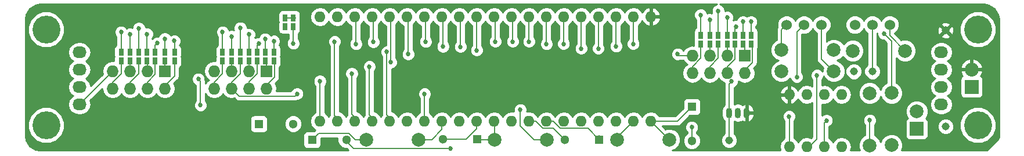
<source format=gtl>
G04 #@! TF.FileFunction,Copper,L1,Top,Mixed*
%FSLAX46Y46*%
G04 Gerber Fmt 4.6, Leading zero omitted, Abs format (unit mm)*
G04 Created by KiCad (PCBNEW 4.0.2-stable) date Wed 13 Apr 2016 05:19:08 PM PDT*
%MOMM*%
G01*
G04 APERTURE LIST*
%ADD10C,0.100000*%
%ADD11C,1.143000*%
%ADD12C,4.064000*%
%ADD13O,1.600000X1.600000*%
%ADD14R,1.727200X1.727200*%
%ADD15O,1.727200X1.727200*%
%ADD16R,0.750000X1.000000*%
%ADD17O,0.899160X1.501140*%
%ADD18C,1.524000*%
%ADD19C,1.998980*%
%ADD20R,2.032000X2.032000*%
%ADD21O,2.032000X2.032000*%
%ADD22R,2.000000X2.000000*%
%ADD23C,2.000000*%
%ADD24R,1.300000X1.300000*%
%ADD25C,1.300000*%
%ADD26O,2.032000X1.727200*%
%ADD27C,0.685800*%
%ADD28C,0.152400*%
%ADD29C,0.254000*%
G04 APERTURE END LIST*
D10*
D11*
X185100000Y-109000000D03*
D12*
X67310000Y-102870000D03*
D13*
X155500000Y-101000000D03*
X152960000Y-101000000D03*
X150420000Y-101000000D03*
X147880000Y-101000000D03*
X145340000Y-101000000D03*
X142800000Y-101000000D03*
X140260000Y-101000000D03*
X137720000Y-101000000D03*
X135180000Y-101000000D03*
X132640000Y-101000000D03*
X130100000Y-101000000D03*
X127560000Y-101000000D03*
X125020000Y-101000000D03*
X122480000Y-101000000D03*
X119940000Y-101000000D03*
X117400000Y-101000000D03*
X114860000Y-101000000D03*
X112320000Y-101000000D03*
X109780000Y-101000000D03*
X107240000Y-101000000D03*
X107240000Y-116240000D03*
X109780000Y-116240000D03*
X112320000Y-116240000D03*
X114860000Y-116240000D03*
X117400000Y-116240000D03*
X119940000Y-116240000D03*
X122480000Y-116240000D03*
X125020000Y-116240000D03*
X127560000Y-116240000D03*
X130100000Y-116240000D03*
X132640000Y-116240000D03*
X135180000Y-116240000D03*
X137720000Y-116240000D03*
X140260000Y-116240000D03*
X142800000Y-116240000D03*
X145340000Y-116240000D03*
X147880000Y-116240000D03*
X150420000Y-116240000D03*
X152960000Y-116240000D03*
X155500000Y-116240000D03*
D14*
X169189400Y-106680000D03*
D15*
X169189400Y-109220000D03*
X166649400Y-106680000D03*
X166649400Y-109220000D03*
X164109400Y-106680000D03*
X164109400Y-109220000D03*
X161569400Y-106680000D03*
X161569400Y-109220000D03*
D16*
X99263200Y-107442000D03*
X99263200Y-106172000D03*
X78232000Y-107442000D03*
X78232000Y-106172000D03*
X80797400Y-107442000D03*
X80797400Y-106172000D03*
X83185000Y-107442000D03*
X83185000Y-106172000D03*
X86029800Y-107442000D03*
X86029800Y-106172000D03*
X84607400Y-107442000D03*
X84607400Y-106172000D03*
X82016600Y-107442000D03*
X82016600Y-106172000D03*
X79502000Y-107442000D03*
X79502000Y-106172000D03*
X93040200Y-107442000D03*
X93040200Y-106172000D03*
X95631000Y-107442000D03*
X95631000Y-106172000D03*
X98069400Y-107442000D03*
X98069400Y-106172000D03*
X100507800Y-107416600D03*
X100507800Y-106146600D03*
X96901000Y-107442000D03*
X96901000Y-106172000D03*
X94386400Y-107442000D03*
X94386400Y-106172000D03*
X102184200Y-101142800D03*
X102184200Y-102412800D03*
X103352600Y-101142800D03*
X103352600Y-102412800D03*
X162788600Y-104952800D03*
X162788600Y-103682800D03*
X165328600Y-104952800D03*
X165328600Y-103682800D03*
X167767000Y-104952800D03*
X167767000Y-103682800D03*
X170129200Y-104952800D03*
X170129200Y-103682800D03*
X168935400Y-104952800D03*
X168935400Y-103682800D03*
X166624000Y-104952800D03*
X166624000Y-103682800D03*
X164084000Y-104952800D03*
X164084000Y-103682800D03*
D17*
X168198800Y-115036600D03*
X166928800Y-115036600D03*
X169468800Y-115036600D03*
D13*
X175691800Y-119989600D03*
X178231800Y-119989600D03*
X180771800Y-119989600D03*
X183311800Y-119989600D03*
X183311800Y-112369600D03*
X180771800Y-112369600D03*
X178231800Y-112369600D03*
X175691800Y-112369600D03*
D11*
X187807600Y-109000000D03*
X166903400Y-119024400D03*
X198500000Y-117000000D03*
X198500000Y-103000000D03*
D18*
X177850800Y-102158800D03*
X180390800Y-102158800D03*
X175310800Y-102158800D03*
D19*
X187426600Y-112166400D03*
X187426600Y-119786400D03*
X182194200Y-105841800D03*
X174574200Y-105841800D03*
X174574200Y-108966000D03*
X182194200Y-108966000D03*
X190601600Y-119761000D03*
X190601600Y-112141000D03*
X184937400Y-105968800D03*
X192557400Y-105968800D03*
X140360400Y-118948200D03*
X132740400Y-118948200D03*
X114020600Y-118948200D03*
X121640600Y-118948200D03*
X158165800Y-118948200D03*
X150545800Y-118948200D03*
D20*
X202285600Y-111226600D03*
D21*
X202285600Y-108686600D03*
D22*
X194284600Y-117348000D03*
D23*
X194284600Y-114808000D03*
D24*
X130175000Y-118897400D03*
D25*
X125175000Y-118897400D03*
D24*
X98348800Y-116636800D03*
D25*
X103348800Y-116636800D03*
D24*
X106095800Y-118973600D03*
D25*
X111095800Y-118973600D03*
D24*
X147955000Y-118948200D03*
D25*
X142955000Y-118948200D03*
D24*
X161493200Y-114122200D03*
D25*
X161493200Y-119122200D03*
D18*
X187807600Y-102158800D03*
X190347600Y-102158800D03*
X185267600Y-102158800D03*
D14*
X99441000Y-108940600D03*
D15*
X99441000Y-111480600D03*
X96901000Y-108940600D03*
X96901000Y-111480600D03*
X94361000Y-108940600D03*
X94361000Y-111480600D03*
X91821000Y-108940600D03*
X91821000Y-111480600D03*
D14*
X84607400Y-108940600D03*
D15*
X84607400Y-111480600D03*
X82067400Y-108940600D03*
X82067400Y-111480600D03*
X79527400Y-108940600D03*
X79527400Y-111480600D03*
X76987400Y-108940600D03*
X76987400Y-111480600D03*
D26*
X197865000Y-113810000D03*
X197865000Y-111270000D03*
X197865000Y-108730000D03*
X197865000Y-106190000D03*
X72160000Y-106190000D03*
X72160000Y-108730000D03*
X72160000Y-111270000D03*
X72160000Y-113810000D03*
X72160000Y-113810000D03*
X72160000Y-111270000D03*
X72160000Y-108730000D03*
X72160000Y-106190000D03*
D12*
X203200000Y-102870000D03*
X203200000Y-116840000D03*
X67310000Y-116840000D03*
D27*
X161493200Y-117119400D03*
X126238000Y-120269000D03*
X122500000Y-112270000D03*
X187426600Y-116103400D03*
X175666400Y-115544600D03*
X170129200Y-101727000D03*
X100507800Y-104571800D03*
X86004400Y-104521000D03*
X102158800Y-102285800D03*
X165328600Y-100152200D03*
X95631000Y-102641400D03*
X80822800Y-102666800D03*
X78232000Y-103225600D03*
X93040200Y-103225600D03*
X162788600Y-100736400D03*
X162763200Y-100736400D03*
X82016600Y-103530400D03*
X96901000Y-103581200D03*
X166624000Y-101066600D03*
X168935400Y-101727000D03*
X99263200Y-104241600D03*
X84607400Y-104216200D03*
X89509600Y-110083600D03*
X89814400Y-113919000D03*
X107238800Y-110413800D03*
X159410400Y-106451400D03*
X76987400Y-108940600D03*
X79502000Y-103555800D03*
X94386400Y-103886000D03*
X164084000Y-101396800D03*
X167300000Y-110430000D03*
X181127400Y-116128800D03*
X136448800Y-114579400D03*
X189509400Y-103454200D03*
X179730000Y-109560000D03*
X176800000Y-109790000D03*
X135356600Y-104622600D03*
X132816600Y-104622600D03*
X103911400Y-112242600D03*
X130098800Y-105892600D03*
X127736600Y-105384600D03*
X125196600Y-105333800D03*
X122656600Y-104648000D03*
X120116600Y-106451400D03*
X117576600Y-107645200D03*
X115036600Y-104673400D03*
X112496600Y-104978200D03*
X109372400Y-104622600D03*
X111887000Y-109296200D03*
X114452400Y-108280200D03*
X116992400Y-106121200D03*
X103352600Y-104902000D03*
X167919400Y-102412800D03*
X98298000Y-104927400D03*
X83489800Y-104851200D03*
X103403400Y-101142800D03*
X145338800Y-105638600D03*
X147828000Y-105638600D03*
X152933400Y-104952800D03*
X150418800Y-105308400D03*
X142773400Y-104952800D03*
X140284200Y-104978200D03*
X137718800Y-104622600D03*
D28*
X155500000Y-116240000D02*
X159375400Y-116240000D01*
X159375400Y-116240000D02*
X161493200Y-114122200D01*
X155500000Y-116240000D02*
X155500000Y-116282400D01*
X155500000Y-116282400D02*
X158165800Y-118948200D01*
X161493200Y-117119400D02*
X161493200Y-119122200D01*
X150002800Y-116240000D02*
X150420000Y-116240000D01*
X140260000Y-116240000D02*
X141259000Y-116240000D01*
X146304000Y-117297200D02*
X147955000Y-118948200D01*
X142316200Y-117297200D02*
X146304000Y-117297200D01*
X141259000Y-116240000D02*
X142316200Y-117297200D01*
X147929600Y-119354600D02*
X147929600Y-118313200D01*
X137720000Y-116240000D02*
X138744400Y-116240000D01*
X141278600Y-117271800D02*
X142955000Y-118948200D01*
X139776200Y-117271800D02*
X141278600Y-117271800D01*
X138744400Y-116240000D02*
X139776200Y-117271800D01*
X114020600Y-118948200D02*
X112369600Y-118948200D01*
X107035600Y-118033800D02*
X106095800Y-118973600D01*
X111455200Y-118033800D02*
X107035600Y-118033800D01*
X112369600Y-118948200D02*
X111455200Y-118033800D01*
X111095800Y-118973600D02*
X111095800Y-119249200D01*
X111095800Y-119249200D02*
X112115600Y-120269000D01*
X112115600Y-120269000D02*
X126238000Y-120269000D01*
X127734000Y-116620000D02*
X127734000Y-115923000D01*
X122480000Y-116240000D02*
X122480000Y-112290000D01*
X122480000Y-112290000D02*
X122500000Y-112270000D01*
X122654000Y-116620000D02*
X122654000Y-115973800D01*
X132740400Y-118948200D02*
X130225800Y-118948200D01*
X130225800Y-118948200D02*
X130175000Y-118897400D01*
X132740400Y-118948200D02*
X132740400Y-116340400D01*
X132740400Y-116340400D02*
X132640000Y-116240000D01*
X130100000Y-116240000D02*
X130100000Y-117321400D01*
X128524000Y-118897400D02*
X125175000Y-118897400D01*
X130100000Y-117321400D02*
X128524000Y-118897400D01*
X142974000Y-116620000D02*
X142974000Y-116024600D01*
X130274000Y-116620000D02*
X130274000Y-115999200D01*
X187426600Y-119786400D02*
X187426600Y-116103400D01*
X175691800Y-119989600D02*
X175691800Y-115570000D01*
X175691800Y-115570000D02*
X175666400Y-115544600D01*
X170129200Y-101727000D02*
X170129200Y-103682800D01*
X100507800Y-106146600D02*
X100507800Y-104571800D01*
X86029800Y-104546400D02*
X86029800Y-106172000D01*
X86004400Y-104521000D02*
X86029800Y-104546400D01*
X102158800Y-102285800D02*
X102184200Y-102311200D01*
X102184200Y-102311200D02*
X102184200Y-102412800D01*
X165328600Y-103682800D02*
X165328600Y-100152200D01*
X95631000Y-106172000D02*
X95631000Y-102641400D01*
X80797400Y-106172000D02*
X80797400Y-102692200D01*
X80797400Y-102692200D02*
X80822800Y-102666800D01*
X162788600Y-100736400D02*
X162788600Y-103682800D01*
X78232000Y-106172000D02*
X78232000Y-103225600D01*
X93040200Y-103225600D02*
X93040200Y-106172000D01*
X162788600Y-100736400D02*
X162763200Y-100736400D01*
X82016600Y-103530400D02*
X82016600Y-106172000D01*
X96901000Y-103581200D02*
X96901000Y-106172000D01*
X166624000Y-101066600D02*
X166624000Y-103682800D01*
X168935400Y-101727000D02*
X168935400Y-103682800D01*
X99263200Y-104241600D02*
X99263200Y-106172000D01*
X84607400Y-104216200D02*
X84607400Y-106172000D01*
X89814400Y-110388400D02*
X89814400Y-113919000D01*
X89814400Y-110388400D02*
X89509600Y-110083600D01*
X107240000Y-110415000D02*
X107240000Y-116240000D01*
X107238800Y-110413800D02*
X107240000Y-110415000D01*
X159639000Y-106680000D02*
X161569400Y-106680000D01*
X159410400Y-106451400D02*
X159639000Y-106680000D01*
X72160000Y-113810000D02*
X72160000Y-113768000D01*
X72160000Y-113768000D02*
X76987400Y-108940600D01*
X79502000Y-103555800D02*
X79502000Y-106172000D01*
X94386400Y-103886000D02*
X94386400Y-106172000D01*
X164084000Y-101396800D02*
X164084000Y-103682800D01*
X120114000Y-116620000D02*
X120114000Y-115923000D01*
X125020000Y-116240000D02*
X125020000Y-117473800D01*
X123545600Y-118948200D02*
X121640600Y-118948200D01*
X125020000Y-117473800D02*
X123545600Y-118948200D01*
X125020000Y-116240000D02*
X124348800Y-116240000D01*
X125194000Y-116620000D02*
X125194000Y-116050000D01*
X166928800Y-115036600D02*
X166928800Y-110801200D01*
X166928800Y-110801200D02*
X167300000Y-110430000D01*
X166928800Y-115036600D02*
X166928800Y-118999000D01*
X166928800Y-118999000D02*
X166903400Y-119024400D01*
X145514000Y-116620000D02*
X145514000Y-116024600D01*
X150545800Y-118948200D02*
X150545800Y-118654200D01*
X150545800Y-118654200D02*
X152960000Y-116240000D01*
X180771800Y-116484400D02*
X180771800Y-119989600D01*
X181127400Y-116128800D02*
X180771800Y-116484400D01*
X140360400Y-118948200D02*
X138455400Y-118948200D01*
X136448800Y-116941600D02*
X136448800Y-114579400D01*
X138455400Y-118948200D02*
X136448800Y-116941600D01*
X190347600Y-102158800D02*
X190347600Y-103759000D01*
X190347600Y-103759000D02*
X192557400Y-105968800D01*
X190601600Y-112141000D02*
X190601600Y-104546400D01*
X190601600Y-104546400D02*
X189509400Y-103454200D01*
X180390800Y-102158800D02*
X180390800Y-107162600D01*
X180390800Y-107162600D02*
X182194200Y-108966000D01*
X174574200Y-105841800D02*
X174574200Y-102895400D01*
X174574200Y-102895400D02*
X175310800Y-102158800D01*
X187807600Y-102158800D02*
X187807600Y-108610400D01*
X178231800Y-119989600D02*
X178580400Y-119989600D01*
X178580400Y-119989600D02*
X179730000Y-118840000D01*
X179730000Y-118840000D02*
X179730000Y-109560000D01*
X176800000Y-103209600D02*
X177850800Y-102158800D01*
X176800000Y-109790000D02*
X176800000Y-103209600D01*
X178231800Y-119989600D02*
X178590400Y-119989600D01*
X99441000Y-111480600D02*
X99441000Y-111023400D01*
X99441000Y-111023400D02*
X100609400Y-109855000D01*
X100609400Y-109855000D02*
X100609400Y-107518200D01*
X100609400Y-107518200D02*
X100507800Y-107416600D01*
X135356600Y-104622600D02*
X135354000Y-104622600D01*
X135354000Y-101380000D02*
X135354000Y-104622600D01*
X96901000Y-111480600D02*
X96901000Y-110515400D01*
X98069400Y-109347000D02*
X98069400Y-107442000D01*
X96901000Y-110515400D02*
X98069400Y-109347000D01*
X132816600Y-104622600D02*
X132814000Y-104622600D01*
X132814000Y-101380000D02*
X132814000Y-104622600D01*
X130100000Y-101000000D02*
X130100000Y-105891400D01*
X95478600Y-112598200D02*
X94361000Y-111480600D01*
X103555800Y-112598200D02*
X95478600Y-112598200D01*
X103911400Y-112242600D02*
X103555800Y-112598200D01*
X130100000Y-105891400D02*
X130098800Y-105892600D01*
X94361000Y-111480600D02*
X94361000Y-110540800D01*
X95631000Y-109270800D02*
X95631000Y-107442000D01*
X94361000Y-110540800D02*
X95631000Y-109270800D01*
X127736600Y-105384600D02*
X127734000Y-105384600D01*
X91821000Y-111480600D02*
X91821000Y-110540800D01*
X93040200Y-109321600D02*
X93040200Y-107442000D01*
X91821000Y-110540800D02*
X93040200Y-109321600D01*
X127734000Y-101380000D02*
X127734000Y-105384600D01*
X96901000Y-108940600D02*
X96901000Y-107442000D01*
X125196600Y-105333800D02*
X125194000Y-105333800D01*
X125194000Y-101380000D02*
X125194000Y-105333800D01*
X99441000Y-108940600D02*
X99441000Y-107619800D01*
X99441000Y-107619800D02*
X99263200Y-107442000D01*
X122656600Y-104648000D02*
X122654000Y-104648000D01*
X122654000Y-101380000D02*
X122654000Y-104648000D01*
X120116600Y-106451400D02*
X120114000Y-106451400D01*
X84607400Y-111480600D02*
X84607400Y-111074200D01*
X84607400Y-111074200D02*
X86029800Y-109651800D01*
X86029800Y-109651800D02*
X86029800Y-107442000D01*
X120114000Y-101380000D02*
X120114000Y-106451400D01*
X117576600Y-107645200D02*
X117574000Y-107645200D01*
X79527400Y-111480600D02*
X79527400Y-110566200D01*
X80797400Y-109296200D02*
X80797400Y-107442000D01*
X79527400Y-110566200D02*
X80797400Y-109296200D01*
X117574000Y-101380000D02*
X117574000Y-107645200D01*
X82067400Y-108940600D02*
X82067400Y-107492800D01*
X82067400Y-107492800D02*
X82016600Y-107442000D01*
X115036600Y-104673400D02*
X115034000Y-104673400D01*
X115034000Y-101380000D02*
X115034000Y-104673400D01*
X84607400Y-108940600D02*
X84607400Y-107442000D01*
X112496600Y-104978200D02*
X112494000Y-104978200D01*
X112494000Y-101380000D02*
X112494000Y-104978200D01*
X79527400Y-108940600D02*
X79527400Y-107467400D01*
X79527400Y-107467400D02*
X79502000Y-107442000D01*
X109954000Y-116620000D02*
X109954000Y-115973800D01*
X109954000Y-115973800D02*
X109372400Y-115392200D01*
X109372400Y-115392200D02*
X109372400Y-104622600D01*
X111887000Y-109296200D02*
X111912400Y-109296200D01*
X76987400Y-111480600D02*
X76987400Y-110540800D01*
X78232000Y-109296200D02*
X78232000Y-107442000D01*
X76987400Y-110540800D02*
X78232000Y-109296200D01*
X111912400Y-115239800D02*
X111912400Y-109296200D01*
X112494000Y-115821400D02*
X111912400Y-115239800D01*
X112494000Y-116620000D02*
X112494000Y-115821400D01*
X112494000Y-116620000D02*
X112494000Y-116507200D01*
X82067400Y-111480600D02*
X82067400Y-110540800D01*
X83185000Y-109423200D02*
X83185000Y-107442000D01*
X82067400Y-110540800D02*
X83185000Y-109423200D01*
X115034000Y-116620000D02*
X115034000Y-115872200D01*
X115034000Y-115872200D02*
X114452400Y-115290600D01*
X114452400Y-115290600D02*
X114452400Y-108280200D01*
X94361000Y-108940600D02*
X94361000Y-107467400D01*
X94361000Y-107467400D02*
X94386400Y-107442000D01*
X117574000Y-116620000D02*
X117574000Y-115923000D01*
X117574000Y-115923000D02*
X116992400Y-115341400D01*
X116992400Y-115341400D02*
X116992400Y-106121200D01*
X103352600Y-104902000D02*
X103352600Y-102412800D01*
X167767000Y-102565200D02*
X167767000Y-103682800D01*
X167919400Y-102412800D02*
X167767000Y-102565200D01*
X98069400Y-105156000D02*
X98069400Y-106172000D01*
X98298000Y-104927400D02*
X98069400Y-105156000D01*
X83489800Y-104851200D02*
X83185000Y-105156000D01*
X83185000Y-105156000D02*
X83185000Y-106172000D01*
X103352600Y-101142800D02*
X102184200Y-101142800D01*
X103403400Y-101142800D02*
X103352600Y-101142800D01*
X109954000Y-101380000D02*
X109948000Y-101380000D01*
X145340000Y-105637400D02*
X145340000Y-101000000D01*
X145338800Y-105638600D02*
X145340000Y-105637400D01*
X161569400Y-109220000D02*
X161569400Y-108254800D01*
X162788600Y-107035600D02*
X162788600Y-104952800D01*
X161569400Y-108254800D02*
X162788600Y-107035600D01*
X147880000Y-105586600D02*
X147880000Y-101000000D01*
X147828000Y-105638600D02*
X147880000Y-105586600D01*
X164109400Y-109220000D02*
X164109400Y-108280200D01*
X165328600Y-107061000D02*
X165328600Y-104952800D01*
X164109400Y-108280200D02*
X165328600Y-107061000D01*
X152960000Y-104926200D02*
X152960000Y-101000000D01*
X152933400Y-104952800D02*
X152960000Y-104926200D01*
X169189400Y-109220000D02*
X169189400Y-108839000D01*
X169189400Y-108839000D02*
X170332400Y-107696000D01*
X170332400Y-107696000D02*
X170332400Y-105156000D01*
X170332400Y-105156000D02*
X170129200Y-104952800D01*
X150420000Y-105307200D02*
X150420000Y-101000000D01*
X150418800Y-105308400D02*
X150420000Y-105307200D01*
X166649400Y-109220000D02*
X166649400Y-108305600D01*
X167767000Y-107188000D02*
X167767000Y-104952800D01*
X166649400Y-108305600D02*
X167767000Y-107188000D01*
X142800000Y-104926200D02*
X142800000Y-101000000D01*
X142773400Y-104952800D02*
X142800000Y-104926200D01*
X166649400Y-106680000D02*
X166649400Y-104978200D01*
X166649400Y-104978200D02*
X166624000Y-104952800D01*
X140260000Y-104954000D02*
X140260000Y-101000000D01*
X140284200Y-104978200D02*
X140260000Y-104954000D01*
X164109400Y-106680000D02*
X164109400Y-104978200D01*
X164109400Y-104978200D02*
X164084000Y-104952800D01*
X137720000Y-104621400D02*
X137720000Y-101000000D01*
X137718800Y-104622600D02*
X137720000Y-104621400D01*
X169189400Y-106680000D02*
X169189400Y-105206800D01*
X169189400Y-105206800D02*
X168935400Y-104952800D01*
D29*
G36*
X164775388Y-99322693D02*
X164500060Y-99597541D01*
X164350870Y-99956830D01*
X164350531Y-100345863D01*
X164401782Y-100469900D01*
X164279370Y-100419070D01*
X163890337Y-100418731D01*
X163740937Y-100480461D01*
X163618107Y-100183188D01*
X163343259Y-99907860D01*
X162983970Y-99758670D01*
X162594937Y-99758331D01*
X162594884Y-99758353D01*
X162569537Y-99758331D01*
X162209988Y-99906893D01*
X161934660Y-100181741D01*
X161785470Y-100541030D01*
X161785131Y-100930063D01*
X161933693Y-101289612D01*
X162077400Y-101433570D01*
X162077400Y-102644554D01*
X161962159Y-102718710D01*
X161817169Y-102930910D01*
X161766160Y-103182800D01*
X161766160Y-104182800D01*
X161792495Y-104322756D01*
X161766160Y-104452800D01*
X161766160Y-105214698D01*
X161598759Y-105181400D01*
X161540041Y-105181400D01*
X160966552Y-105295474D01*
X160480371Y-105620330D01*
X160260848Y-105948869D01*
X160239907Y-105898188D01*
X159965059Y-105622860D01*
X159605770Y-105473670D01*
X159216737Y-105473331D01*
X158857188Y-105621893D01*
X158581860Y-105896741D01*
X158432670Y-106256030D01*
X158432331Y-106645063D01*
X158580893Y-107004612D01*
X158855741Y-107279940D01*
X159215030Y-107429130D01*
X159604063Y-107429469D01*
X159696681Y-107391200D01*
X160247531Y-107391200D01*
X160480371Y-107739670D01*
X160795152Y-107950000D01*
X160480371Y-108160330D01*
X160155515Y-108646511D01*
X160041441Y-109220000D01*
X160155515Y-109793489D01*
X160480371Y-110279670D01*
X160966552Y-110604526D01*
X161540041Y-110718600D01*
X161598759Y-110718600D01*
X162172248Y-110604526D01*
X162658429Y-110279670D01*
X162839400Y-110008828D01*
X163020371Y-110279670D01*
X163506552Y-110604526D01*
X164080041Y-110718600D01*
X164138759Y-110718600D01*
X164712248Y-110604526D01*
X165198429Y-110279670D01*
X165379400Y-110008828D01*
X165560371Y-110279670D01*
X166046552Y-110604526D01*
X166248722Y-110644740D01*
X166217600Y-110801200D01*
X166217600Y-113904324D01*
X166161886Y-113941551D01*
X165926779Y-114293414D01*
X165844220Y-114708465D01*
X165844220Y-115364735D01*
X165926779Y-115779786D01*
X166161886Y-116131649D01*
X166217600Y-116168876D01*
X166217600Y-118004241D01*
X165881175Y-118340080D01*
X165697110Y-118783359D01*
X165696691Y-119263335D01*
X165879982Y-119706935D01*
X166219080Y-120046625D01*
X166662359Y-120230690D01*
X167142335Y-120231109D01*
X167585935Y-120047818D01*
X167925625Y-119708720D01*
X168109690Y-119265441D01*
X168110109Y-118785465D01*
X167926818Y-118341865D01*
X167640000Y-118054546D01*
X167640000Y-116270706D01*
X167783749Y-116366756D01*
X168198800Y-116449315D01*
X168613851Y-116366756D01*
X168838038Y-116216959D01*
X169174865Y-116381581D01*
X169341800Y-116254668D01*
X169341800Y-115163600D01*
X169595800Y-115163600D01*
X169595800Y-116254668D01*
X169762735Y-116381581D01*
X170145911Y-116194306D01*
X170422220Y-115869973D01*
X170553380Y-115464590D01*
X170553380Y-115163600D01*
X169595800Y-115163600D01*
X169341800Y-115163600D01*
X169321800Y-115163600D01*
X169321800Y-114909600D01*
X169341800Y-114909600D01*
X169341800Y-113818532D01*
X169595800Y-113818532D01*
X169595800Y-114909600D01*
X170553380Y-114909600D01*
X170553380Y-114608610D01*
X170422220Y-114203227D01*
X170145911Y-113878894D01*
X169762735Y-113691619D01*
X169595800Y-113818532D01*
X169341800Y-113818532D01*
X169174865Y-113691619D01*
X168838038Y-113856241D01*
X168613851Y-113706444D01*
X168198800Y-113623885D01*
X167783749Y-113706444D01*
X167640000Y-113802494D01*
X167640000Y-112718641D01*
X174299886Y-112718641D01*
X174539411Y-113224734D01*
X174954377Y-113600641D01*
X175342761Y-113761504D01*
X175564800Y-113639515D01*
X175564800Y-112496600D01*
X174421171Y-112496600D01*
X174299886Y-112718641D01*
X167640000Y-112718641D01*
X167640000Y-112020559D01*
X174299886Y-112020559D01*
X174421171Y-112242600D01*
X175564800Y-112242600D01*
X175564800Y-111099685D01*
X175342761Y-110977696D01*
X174954377Y-111138559D01*
X174539411Y-111514466D01*
X174299886Y-112020559D01*
X167640000Y-112020559D01*
X167640000Y-111347604D01*
X167853212Y-111259507D01*
X168128540Y-110984659D01*
X168277730Y-110625370D01*
X168277928Y-110398310D01*
X168586552Y-110604526D01*
X169160041Y-110718600D01*
X169218759Y-110718600D01*
X169792248Y-110604526D01*
X170278429Y-110279670D01*
X170603285Y-109793489D01*
X170717359Y-109220000D01*
X170603285Y-108646511D01*
X170516925Y-108517263D01*
X170835294Y-108198894D01*
X170989463Y-107968165D01*
X171013949Y-107845063D01*
X171043600Y-107696000D01*
X171043600Y-105788158D01*
X171100631Y-105704690D01*
X171151640Y-105452800D01*
X171151640Y-104452800D01*
X171125305Y-104312844D01*
X171151640Y-104182800D01*
X171151640Y-103182800D01*
X171107362Y-102947483D01*
X170968290Y-102731359D01*
X170840400Y-102643976D01*
X170840400Y-102398794D01*
X170957740Y-102281659D01*
X171106930Y-101922370D01*
X171107269Y-101533337D01*
X170958707Y-101173788D01*
X170683859Y-100898460D01*
X170324570Y-100749270D01*
X169935537Y-100748931D01*
X169575988Y-100897493D01*
X169532465Y-100940940D01*
X169490059Y-100898460D01*
X169130770Y-100749270D01*
X168741737Y-100748931D01*
X168382188Y-100897493D01*
X168106860Y-101172341D01*
X167997808Y-101434968D01*
X167725737Y-101434731D01*
X167489454Y-101532361D01*
X167601730Y-101261970D01*
X167602069Y-100872937D01*
X167453507Y-100513388D01*
X167178659Y-100238060D01*
X166819370Y-100088870D01*
X166430337Y-100088531D01*
X166306511Y-100139695D01*
X166306669Y-99958537D01*
X166158107Y-99598988D01*
X165883259Y-99323660D01*
X165554146Y-99187000D01*
X204154639Y-99187000D01*
X204782745Y-99311938D01*
X205586206Y-99848794D01*
X206123062Y-100652253D01*
X206248000Y-101280361D01*
X206248000Y-118429639D01*
X206182758Y-118757636D01*
X204482637Y-120457757D01*
X204154639Y-120523000D01*
X192054990Y-120523000D01*
X192235806Y-120087547D01*
X192236374Y-119437306D01*
X191988062Y-118836345D01*
X191528673Y-118376154D01*
X190928147Y-118126794D01*
X190277906Y-118126226D01*
X189676945Y-118374538D01*
X189216754Y-118833927D01*
X189008649Y-119335101D01*
X188813062Y-118861745D01*
X188353673Y-118401554D01*
X188137800Y-118311916D01*
X188137800Y-116775194D01*
X188255140Y-116658059D01*
X188383887Y-116348000D01*
X192637160Y-116348000D01*
X192637160Y-118348000D01*
X192681438Y-118583317D01*
X192820510Y-118799441D01*
X193032710Y-118944431D01*
X193284600Y-118995440D01*
X195284600Y-118995440D01*
X195519917Y-118951162D01*
X195736041Y-118812090D01*
X195881031Y-118599890D01*
X195932040Y-118348000D01*
X195932040Y-117238935D01*
X197293291Y-117238935D01*
X197476582Y-117682535D01*
X197815680Y-118022225D01*
X198258959Y-118206290D01*
X198738935Y-118206709D01*
X199182535Y-118023418D01*
X199522225Y-117684320D01*
X199653500Y-117368172D01*
X200532538Y-117368172D01*
X200937709Y-118348761D01*
X201687293Y-119099655D01*
X202667173Y-119506536D01*
X203728172Y-119507462D01*
X204708761Y-119102291D01*
X205459655Y-118352707D01*
X205866536Y-117372827D01*
X205867462Y-116311828D01*
X205462291Y-115331239D01*
X204712707Y-114580345D01*
X203732827Y-114173464D01*
X202671828Y-114172538D01*
X201691239Y-114577709D01*
X200940345Y-115327293D01*
X200533464Y-116307173D01*
X200532538Y-117368172D01*
X199653500Y-117368172D01*
X199706290Y-117241041D01*
X199706709Y-116761065D01*
X199523418Y-116317465D01*
X199184320Y-115977775D01*
X198741041Y-115793710D01*
X198261065Y-115793291D01*
X197817465Y-115976582D01*
X197477775Y-116315680D01*
X197293710Y-116758959D01*
X197293291Y-117238935D01*
X195932040Y-117238935D01*
X195932040Y-116348000D01*
X195887762Y-116112683D01*
X195748690Y-115896559D01*
X195606039Y-115799090D01*
X195669878Y-115735363D01*
X195919316Y-115134648D01*
X195919884Y-114484205D01*
X195671494Y-113883057D01*
X195211963Y-113422722D01*
X194611248Y-113173284D01*
X193960805Y-113172716D01*
X193359657Y-113421106D01*
X192899322Y-113880637D01*
X192649884Y-114481352D01*
X192649316Y-115131795D01*
X192897706Y-115732943D01*
X192964221Y-115799574D01*
X192833159Y-115883910D01*
X192688169Y-116096110D01*
X192637160Y-116348000D01*
X188383887Y-116348000D01*
X188404330Y-116298770D01*
X188404669Y-115909737D01*
X188256107Y-115550188D01*
X187981259Y-115274860D01*
X187621970Y-115125670D01*
X187232937Y-115125331D01*
X186873388Y-115273893D01*
X186598060Y-115548741D01*
X186448870Y-115908030D01*
X186448531Y-116297063D01*
X186597093Y-116656612D01*
X186715400Y-116775126D01*
X186715400Y-118311740D01*
X186501945Y-118399938D01*
X186041754Y-118859327D01*
X185792394Y-119459853D01*
X185791826Y-120110094D01*
X185962435Y-120523000D01*
X184646292Y-120523000D01*
X184746800Y-120017713D01*
X184746800Y-119961487D01*
X184637567Y-119412336D01*
X184326498Y-118946789D01*
X183860951Y-118635720D01*
X183311800Y-118526487D01*
X182762649Y-118635720D01*
X182297102Y-118946789D01*
X182041800Y-119328875D01*
X181786498Y-118946789D01*
X181483000Y-118743998D01*
X181483000Y-117039958D01*
X181680612Y-116958307D01*
X181955940Y-116683459D01*
X182105130Y-116324170D01*
X182105469Y-115935137D01*
X181956907Y-115575588D01*
X181682059Y-115300260D01*
X181322770Y-115151070D01*
X180933737Y-115150731D01*
X180574188Y-115299293D01*
X180441200Y-115432049D01*
X180441200Y-113766953D01*
X180771800Y-113832713D01*
X181320951Y-113723480D01*
X181786498Y-113412411D01*
X182041800Y-113030325D01*
X182297102Y-113412411D01*
X182762649Y-113723480D01*
X183311800Y-113832713D01*
X183860951Y-113723480D01*
X184326498Y-113412411D01*
X184637567Y-112946864D01*
X184746800Y-112397713D01*
X184746800Y-112341487D01*
X184637567Y-111792336D01*
X184326498Y-111326789D01*
X183860951Y-111015720D01*
X183311800Y-110906487D01*
X182762649Y-111015720D01*
X182297102Y-111326789D01*
X182041800Y-111708875D01*
X181786498Y-111326789D01*
X181320951Y-111015720D01*
X180771800Y-110906487D01*
X180441200Y-110972247D01*
X180441200Y-110231794D01*
X180558540Y-110114659D01*
X180707730Y-109755370D01*
X180707823Y-109648842D01*
X180807738Y-109890655D01*
X181267127Y-110350846D01*
X181867653Y-110600206D01*
X182517894Y-110600774D01*
X183118855Y-110352462D01*
X183579046Y-109893073D01*
X183828406Y-109292547D01*
X183828452Y-109238935D01*
X183893291Y-109238935D01*
X184076582Y-109682535D01*
X184415680Y-110022225D01*
X184858959Y-110206290D01*
X185338935Y-110206709D01*
X185782535Y-110023418D01*
X186122225Y-109684320D01*
X186306290Y-109241041D01*
X186306709Y-108761065D01*
X186123418Y-108317465D01*
X185784320Y-107977775D01*
X185341041Y-107793710D01*
X184861065Y-107793291D01*
X184417465Y-107976582D01*
X184077775Y-108315680D01*
X183893710Y-108758959D01*
X183893291Y-109238935D01*
X183828452Y-109238935D01*
X183828974Y-108642306D01*
X183580662Y-108041345D01*
X183121273Y-107581154D01*
X182694089Y-107403772D01*
X183118855Y-107228262D01*
X183522702Y-106825119D01*
X183550938Y-106893455D01*
X184010327Y-107353646D01*
X184610853Y-107603006D01*
X185261094Y-107603574D01*
X185862055Y-107355262D01*
X186322246Y-106895873D01*
X186571606Y-106295347D01*
X186572174Y-105645106D01*
X186323862Y-105044145D01*
X185864473Y-104583954D01*
X185263947Y-104334594D01*
X184613706Y-104334026D01*
X184012745Y-104582338D01*
X183608898Y-104985481D01*
X183580662Y-104917145D01*
X183121273Y-104456954D01*
X182520747Y-104207594D01*
X181870506Y-104207026D01*
X181269545Y-104455338D01*
X181102000Y-104622591D01*
X181102000Y-103376495D01*
X181181103Y-103343810D01*
X181574429Y-102951170D01*
X181787557Y-102437900D01*
X181787559Y-102435461D01*
X183870358Y-102435461D01*
X184082590Y-102949103D01*
X184475230Y-103342429D01*
X184988500Y-103555557D01*
X185544261Y-103556042D01*
X186057903Y-103343810D01*
X186451229Y-102951170D01*
X186537549Y-102743288D01*
X186622590Y-102949103D01*
X187015230Y-103342429D01*
X187096400Y-103376134D01*
X187096400Y-108005197D01*
X186785375Y-108315680D01*
X186601310Y-108758959D01*
X186600891Y-109238935D01*
X186784182Y-109682535D01*
X187123280Y-110022225D01*
X187566559Y-110206290D01*
X188046535Y-110206709D01*
X188490135Y-110023418D01*
X188829825Y-109684320D01*
X189013890Y-109241041D01*
X189014309Y-108761065D01*
X188831018Y-108317465D01*
X188518800Y-108004702D01*
X188518800Y-103376495D01*
X188531572Y-103371217D01*
X188531331Y-103647863D01*
X188679893Y-104007412D01*
X188954741Y-104282740D01*
X189314030Y-104431930D01*
X189481488Y-104432076D01*
X189890400Y-104840988D01*
X189890400Y-110666340D01*
X189676945Y-110754538D01*
X189216754Y-111213927D01*
X189008649Y-111715101D01*
X188813062Y-111241745D01*
X188353673Y-110781554D01*
X187753147Y-110532194D01*
X187102906Y-110531626D01*
X186501945Y-110779938D01*
X186041754Y-111239327D01*
X185792394Y-111839853D01*
X185791826Y-112490094D01*
X186040138Y-113091055D01*
X186499527Y-113551246D01*
X187100053Y-113800606D01*
X187750294Y-113801174D01*
X188351255Y-113552862D01*
X188811446Y-113093473D01*
X189019551Y-112592299D01*
X189215138Y-113065655D01*
X189674527Y-113525846D01*
X190275053Y-113775206D01*
X190925294Y-113775774D01*
X191526255Y-113527462D01*
X191986446Y-113068073D01*
X192235806Y-112467547D01*
X192236374Y-111817306D01*
X191988062Y-111216345D01*
X191528673Y-110756154D01*
X191312800Y-110666516D01*
X191312800Y-107035565D01*
X191630327Y-107353646D01*
X192230853Y-107603006D01*
X192881094Y-107603574D01*
X193482055Y-107355262D01*
X193942246Y-106895873D01*
X194191606Y-106295347D01*
X194191698Y-106190000D01*
X196181655Y-106190000D01*
X196295729Y-106763489D01*
X196620585Y-107249670D01*
X196935366Y-107460000D01*
X196620585Y-107670330D01*
X196295729Y-108156511D01*
X196181655Y-108730000D01*
X196295729Y-109303489D01*
X196620585Y-109789670D01*
X196935366Y-110000000D01*
X196620585Y-110210330D01*
X196295729Y-110696511D01*
X196181655Y-111270000D01*
X196295729Y-111843489D01*
X196620585Y-112329670D01*
X196935366Y-112540000D01*
X196620585Y-112750330D01*
X196295729Y-113236511D01*
X196181655Y-113810000D01*
X196295729Y-114383489D01*
X196620585Y-114869670D01*
X197106766Y-115194526D01*
X197680255Y-115308600D01*
X198049745Y-115308600D01*
X198623234Y-115194526D01*
X199109415Y-114869670D01*
X199434271Y-114383489D01*
X199548345Y-113810000D01*
X199434271Y-113236511D01*
X199109415Y-112750330D01*
X198794634Y-112540000D01*
X199109415Y-112329670D01*
X199434271Y-111843489D01*
X199548345Y-111270000D01*
X199434271Y-110696511D01*
X199109596Y-110210600D01*
X200622160Y-110210600D01*
X200622160Y-112242600D01*
X200666438Y-112477917D01*
X200805510Y-112694041D01*
X201017710Y-112839031D01*
X201269600Y-112890040D01*
X203301600Y-112890040D01*
X203536917Y-112845762D01*
X203753041Y-112706690D01*
X203898031Y-112494490D01*
X203949040Y-112242600D01*
X203949040Y-110210600D01*
X203904762Y-109975283D01*
X203765690Y-109759159D01*
X203602652Y-109647760D01*
X203691985Y-109551418D01*
X203891575Y-109069544D01*
X203772436Y-108813600D01*
X202412600Y-108813600D01*
X202412600Y-108833600D01*
X202158600Y-108833600D01*
X202158600Y-108813600D01*
X200798764Y-108813600D01*
X200679625Y-109069544D01*
X200879215Y-109551418D01*
X200969697Y-109648998D01*
X200818159Y-109746510D01*
X200673169Y-109958710D01*
X200622160Y-110210600D01*
X199109596Y-110210600D01*
X199109415Y-110210330D01*
X198794634Y-110000000D01*
X199109415Y-109789670D01*
X199434271Y-109303489D01*
X199548345Y-108730000D01*
X199463540Y-108303656D01*
X200679625Y-108303656D01*
X200798764Y-108559600D01*
X202158600Y-108559600D01*
X202158600Y-107199233D01*
X202412600Y-107199233D01*
X202412600Y-108559600D01*
X203772436Y-108559600D01*
X203891575Y-108303656D01*
X203691985Y-107821782D01*
X203253979Y-107349412D01*
X202668546Y-107080617D01*
X202412600Y-107199233D01*
X202158600Y-107199233D01*
X201902654Y-107080617D01*
X201317221Y-107349412D01*
X200879215Y-107821782D01*
X200679625Y-108303656D01*
X199463540Y-108303656D01*
X199434271Y-108156511D01*
X199109415Y-107670330D01*
X198794634Y-107460000D01*
X199109415Y-107249670D01*
X199434271Y-106763489D01*
X199548345Y-106190000D01*
X199434271Y-105616511D01*
X199109415Y-105130330D01*
X198623234Y-104805474D01*
X198049745Y-104691400D01*
X197680255Y-104691400D01*
X197106766Y-104805474D01*
X196620585Y-105130330D01*
X196295729Y-105616511D01*
X196181655Y-106190000D01*
X194191698Y-106190000D01*
X194192174Y-105645106D01*
X193943862Y-105044145D01*
X193484473Y-104583954D01*
X192883947Y-104334594D01*
X192233706Y-104334026D01*
X192017676Y-104423288D01*
X191436434Y-103842046D01*
X197837559Y-103842046D01*
X197883552Y-104064533D01*
X198337855Y-104219405D01*
X198816844Y-104188633D01*
X199116448Y-104064533D01*
X199162441Y-103842046D01*
X198500000Y-103179605D01*
X197837559Y-103842046D01*
X191436434Y-103842046D01*
X191058800Y-103464412D01*
X191058800Y-103376495D01*
X191137903Y-103343810D01*
X191531229Y-102951170D01*
X191578281Y-102837855D01*
X197280595Y-102837855D01*
X197311367Y-103316844D01*
X197435467Y-103616448D01*
X197657954Y-103662441D01*
X198320395Y-103000000D01*
X198679605Y-103000000D01*
X199342046Y-103662441D01*
X199564533Y-103616448D01*
X199638943Y-103398172D01*
X200532538Y-103398172D01*
X200937709Y-104378761D01*
X201687293Y-105129655D01*
X202667173Y-105536536D01*
X203728172Y-105537462D01*
X204708761Y-105132291D01*
X205459655Y-104382707D01*
X205866536Y-103402827D01*
X205867462Y-102341828D01*
X205462291Y-101361239D01*
X204712707Y-100610345D01*
X203732827Y-100203464D01*
X202671828Y-100202538D01*
X201691239Y-100607709D01*
X200940345Y-101357293D01*
X200533464Y-102337173D01*
X200532538Y-103398172D01*
X199638943Y-103398172D01*
X199719405Y-103162145D01*
X199688633Y-102683156D01*
X199564533Y-102383552D01*
X199342046Y-102337559D01*
X198679605Y-103000000D01*
X198320395Y-103000000D01*
X197657954Y-102337559D01*
X197435467Y-102383552D01*
X197280595Y-102837855D01*
X191578281Y-102837855D01*
X191744357Y-102437900D01*
X191744601Y-102157954D01*
X197837559Y-102157954D01*
X198500000Y-102820395D01*
X199162441Y-102157954D01*
X199116448Y-101935467D01*
X198662145Y-101780595D01*
X198183156Y-101811367D01*
X197883552Y-101935467D01*
X197837559Y-102157954D01*
X191744601Y-102157954D01*
X191744842Y-101882139D01*
X191532610Y-101368497D01*
X191139970Y-100975171D01*
X190626700Y-100762043D01*
X190070939Y-100761558D01*
X189557297Y-100973790D01*
X189163971Y-101366430D01*
X189077651Y-101574312D01*
X188992610Y-101368497D01*
X188599970Y-100975171D01*
X188086700Y-100762043D01*
X187530939Y-100761558D01*
X187017297Y-100973790D01*
X186623971Y-101366430D01*
X186537651Y-101574312D01*
X186452610Y-101368497D01*
X186059970Y-100975171D01*
X185546700Y-100762043D01*
X184990939Y-100761558D01*
X184477297Y-100973790D01*
X184083971Y-101366430D01*
X183870843Y-101879700D01*
X183870358Y-102435461D01*
X181787559Y-102435461D01*
X181788042Y-101882139D01*
X181575810Y-101368497D01*
X181183170Y-100975171D01*
X180669900Y-100762043D01*
X180114139Y-100761558D01*
X179600497Y-100973790D01*
X179207171Y-101366430D01*
X179120851Y-101574312D01*
X179035810Y-101368497D01*
X178643170Y-100975171D01*
X178129900Y-100762043D01*
X177574139Y-100761558D01*
X177060497Y-100973790D01*
X176667171Y-101366430D01*
X176580851Y-101574312D01*
X176495810Y-101368497D01*
X176103170Y-100975171D01*
X175589900Y-100762043D01*
X175034139Y-100761558D01*
X174520497Y-100973790D01*
X174127171Y-101366430D01*
X173914043Y-101879700D01*
X173913558Y-102435461D01*
X173962866Y-102554797D01*
X173917137Y-102623235D01*
X173896445Y-102727260D01*
X173863000Y-102895400D01*
X173863000Y-104367140D01*
X173649545Y-104455338D01*
X173189354Y-104914727D01*
X172939994Y-105515253D01*
X172939426Y-106165494D01*
X173187738Y-106766455D01*
X173647127Y-107226646D01*
X174074311Y-107404028D01*
X173649545Y-107579538D01*
X173189354Y-108038927D01*
X172939994Y-108639453D01*
X172939426Y-109289694D01*
X173187738Y-109890655D01*
X173647127Y-110350846D01*
X174247653Y-110600206D01*
X174897894Y-110600774D01*
X175498855Y-110352462D01*
X175835471Y-110016433D01*
X175970493Y-110343212D01*
X176245341Y-110618540D01*
X176604630Y-110767730D01*
X176993663Y-110768069D01*
X177353212Y-110619507D01*
X177628540Y-110344659D01*
X177777730Y-109985370D01*
X177778069Y-109596337D01*
X177629507Y-109236788D01*
X177511200Y-109118274D01*
X177511200Y-103530435D01*
X177571700Y-103555557D01*
X178127461Y-103556042D01*
X178641103Y-103343810D01*
X179034429Y-102951170D01*
X179120749Y-102743288D01*
X179205790Y-102949103D01*
X179598430Y-103342429D01*
X179679600Y-103376134D01*
X179679600Y-107162600D01*
X179733737Y-107434765D01*
X179887906Y-107665494D01*
X180648564Y-108426152D01*
X180559994Y-108639453D01*
X180559673Y-109007189D01*
X180559507Y-109006788D01*
X180284659Y-108731460D01*
X179925370Y-108582270D01*
X179536337Y-108581931D01*
X179176788Y-108730493D01*
X178901460Y-109005341D01*
X178752270Y-109364630D01*
X178751931Y-109753663D01*
X178900493Y-110113212D01*
X179018800Y-110231726D01*
X179018800Y-111174646D01*
X178780951Y-111015720D01*
X178231800Y-110906487D01*
X177682649Y-111015720D01*
X177217102Y-111326789D01*
X176946814Y-111731303D01*
X176844189Y-111514466D01*
X176429223Y-111138559D01*
X176040839Y-110977696D01*
X175818800Y-111099685D01*
X175818800Y-112242600D01*
X175838800Y-112242600D01*
X175838800Y-112496600D01*
X175818800Y-112496600D01*
X175818800Y-113639515D01*
X176040839Y-113761504D01*
X176429223Y-113600641D01*
X176844189Y-113224734D01*
X176946814Y-113007897D01*
X177217102Y-113412411D01*
X177682649Y-113723480D01*
X178231800Y-113832713D01*
X178780951Y-113723480D01*
X179018800Y-113564554D01*
X179018800Y-118545412D01*
X178869395Y-118694817D01*
X178780951Y-118635720D01*
X178231800Y-118526487D01*
X177682649Y-118635720D01*
X177217102Y-118946789D01*
X176961800Y-119328875D01*
X176706498Y-118946789D01*
X176403000Y-118743998D01*
X176403000Y-116191039D01*
X176494940Y-116099259D01*
X176644130Y-115739970D01*
X176644469Y-115350937D01*
X176495907Y-114991388D01*
X176221059Y-114716060D01*
X175861770Y-114566870D01*
X175472737Y-114566531D01*
X175113188Y-114715093D01*
X174837860Y-114989941D01*
X174688670Y-115349230D01*
X174688331Y-115738263D01*
X174836893Y-116097812D01*
X174980600Y-116241770D01*
X174980600Y-118743998D01*
X174677102Y-118946789D01*
X174366033Y-119412336D01*
X174256800Y-119961487D01*
X174256800Y-120017713D01*
X174357308Y-120523000D01*
X158634642Y-120523000D01*
X159090455Y-120334662D01*
X159550646Y-119875273D01*
X159757679Y-119376681D01*
X160207977Y-119376681D01*
X160403195Y-119849143D01*
X160764355Y-120210935D01*
X161236476Y-120406977D01*
X161747681Y-120407423D01*
X162220143Y-120212205D01*
X162581935Y-119851045D01*
X162777977Y-119378924D01*
X162778423Y-118867719D01*
X162583205Y-118395257D01*
X162222045Y-118033465D01*
X162204400Y-118026138D01*
X162204400Y-117791194D01*
X162321740Y-117674059D01*
X162470930Y-117314770D01*
X162471269Y-116925737D01*
X162322707Y-116566188D01*
X162047859Y-116290860D01*
X161688570Y-116141670D01*
X161299537Y-116141331D01*
X160939988Y-116289893D01*
X160664660Y-116564741D01*
X160515470Y-116924030D01*
X160515131Y-117313063D01*
X160663693Y-117672612D01*
X160782000Y-117791126D01*
X160782000Y-118025690D01*
X160766257Y-118032195D01*
X160404465Y-118393355D01*
X160208423Y-118865476D01*
X160207977Y-119376681D01*
X159757679Y-119376681D01*
X159800006Y-119274747D01*
X159800574Y-118624506D01*
X159552262Y-118023545D01*
X159092873Y-117563354D01*
X158492347Y-117313994D01*
X157842106Y-117313426D01*
X157626076Y-117402688D01*
X157174588Y-116951200D01*
X159375400Y-116951200D01*
X159647565Y-116897063D01*
X159878294Y-116742894D01*
X161201549Y-115419640D01*
X162143200Y-115419640D01*
X162378517Y-115375362D01*
X162594641Y-115236290D01*
X162739631Y-115024090D01*
X162790640Y-114772200D01*
X162790640Y-113472200D01*
X162746362Y-113236883D01*
X162607290Y-113020759D01*
X162395090Y-112875769D01*
X162143200Y-112824760D01*
X160843200Y-112824760D01*
X160607883Y-112869038D01*
X160391759Y-113008110D01*
X160246769Y-113220310D01*
X160195760Y-113472200D01*
X160195760Y-114413851D01*
X159080812Y-115528800D01*
X156736274Y-115528800D01*
X156514698Y-115197189D01*
X156049151Y-114886120D01*
X155500000Y-114776887D01*
X154950849Y-114886120D01*
X154485302Y-115197189D01*
X154230000Y-115579275D01*
X153974698Y-115197189D01*
X153509151Y-114886120D01*
X152960000Y-114776887D01*
X152410849Y-114886120D01*
X151945302Y-115197189D01*
X151690000Y-115579275D01*
X151434698Y-115197189D01*
X150969151Y-114886120D01*
X150420000Y-114776887D01*
X149870849Y-114886120D01*
X149405302Y-115197189D01*
X149150000Y-115579275D01*
X148894698Y-115197189D01*
X148429151Y-114886120D01*
X147880000Y-114776887D01*
X147330849Y-114886120D01*
X146865302Y-115197189D01*
X146610000Y-115579275D01*
X146354698Y-115197189D01*
X145889151Y-114886120D01*
X145340000Y-114776887D01*
X144790849Y-114886120D01*
X144325302Y-115197189D01*
X144070000Y-115579275D01*
X143814698Y-115197189D01*
X143349151Y-114886120D01*
X142800000Y-114776887D01*
X142250849Y-114886120D01*
X141785302Y-115197189D01*
X141530000Y-115579275D01*
X141274698Y-115197189D01*
X140809151Y-114886120D01*
X140260000Y-114776887D01*
X139710849Y-114886120D01*
X139245302Y-115197189D01*
X138990957Y-115577843D01*
X138988750Y-115577404D01*
X138734698Y-115197189D01*
X138269151Y-114886120D01*
X137720000Y-114776887D01*
X137399150Y-114840708D01*
X137426530Y-114774770D01*
X137426869Y-114385737D01*
X137278307Y-114026188D01*
X137003459Y-113750860D01*
X136644170Y-113601670D01*
X136255137Y-113601331D01*
X135895588Y-113749893D01*
X135620260Y-114024741D01*
X135471070Y-114384030D01*
X135470731Y-114773063D01*
X135498487Y-114840238D01*
X135180000Y-114776887D01*
X134630849Y-114886120D01*
X134165302Y-115197189D01*
X133910000Y-115579275D01*
X133654698Y-115197189D01*
X133189151Y-114886120D01*
X132640000Y-114776887D01*
X132090849Y-114886120D01*
X131625302Y-115197189D01*
X131370000Y-115579275D01*
X131114698Y-115197189D01*
X130649151Y-114886120D01*
X130100000Y-114776887D01*
X129550849Y-114886120D01*
X129085302Y-115197189D01*
X128830000Y-115579275D01*
X128574698Y-115197189D01*
X128109151Y-114886120D01*
X127560000Y-114776887D01*
X127010849Y-114886120D01*
X126545302Y-115197189D01*
X126290000Y-115579275D01*
X126034698Y-115197189D01*
X125569151Y-114886120D01*
X125020000Y-114776887D01*
X124470849Y-114886120D01*
X124005302Y-115197189D01*
X123750000Y-115579275D01*
X123494698Y-115197189D01*
X123191200Y-114994398D01*
X123191200Y-112961760D01*
X123328540Y-112824659D01*
X123477730Y-112465370D01*
X123478069Y-112076337D01*
X123329507Y-111716788D01*
X123054659Y-111441460D01*
X122695370Y-111292270D01*
X122306337Y-111291931D01*
X121946788Y-111440493D01*
X121671460Y-111715341D01*
X121522270Y-112074630D01*
X121521931Y-112463663D01*
X121670493Y-112823212D01*
X121768800Y-112921691D01*
X121768800Y-114994398D01*
X121465302Y-115197189D01*
X121210000Y-115579275D01*
X120954698Y-115197189D01*
X120489151Y-114886120D01*
X119940000Y-114776887D01*
X119390849Y-114886120D01*
X118925302Y-115197189D01*
X118670000Y-115579275D01*
X118414698Y-115197189D01*
X117949151Y-114886120D01*
X117703600Y-114837277D01*
X117703600Y-108623211D01*
X117770263Y-108623269D01*
X118129812Y-108474707D01*
X118405140Y-108199859D01*
X118554330Y-107840570D01*
X118554669Y-107451537D01*
X118406107Y-107091988D01*
X118285200Y-106970870D01*
X118285200Y-102129339D01*
X118414698Y-102042811D01*
X118670000Y-101660725D01*
X118925302Y-102042811D01*
X119390849Y-102353880D01*
X119402800Y-102356257D01*
X119402800Y-105782201D01*
X119288060Y-105896741D01*
X119138870Y-106256030D01*
X119138531Y-106645063D01*
X119287093Y-107004612D01*
X119561941Y-107279940D01*
X119921230Y-107429130D01*
X120310263Y-107429469D01*
X120669812Y-107280907D01*
X120945140Y-107006059D01*
X121094330Y-106646770D01*
X121094669Y-106257737D01*
X120946107Y-105898188D01*
X120825200Y-105777070D01*
X120825200Y-102129339D01*
X120954698Y-102042811D01*
X121210000Y-101660725D01*
X121465302Y-102042811D01*
X121930849Y-102353880D01*
X121942800Y-102356257D01*
X121942800Y-103978801D01*
X121828060Y-104093341D01*
X121678870Y-104452630D01*
X121678531Y-104841663D01*
X121827093Y-105201212D01*
X122101941Y-105476540D01*
X122461230Y-105625730D01*
X122850263Y-105626069D01*
X123209812Y-105477507D01*
X123485140Y-105202659D01*
X123634330Y-104843370D01*
X123634669Y-104454337D01*
X123486107Y-104094788D01*
X123365200Y-103973670D01*
X123365200Y-102129339D01*
X123494698Y-102042811D01*
X123750000Y-101660725D01*
X124005302Y-102042811D01*
X124470849Y-102353880D01*
X124482800Y-102356257D01*
X124482800Y-104664601D01*
X124368060Y-104779141D01*
X124218870Y-105138430D01*
X124218531Y-105527463D01*
X124367093Y-105887012D01*
X124641941Y-106162340D01*
X125001230Y-106311530D01*
X125390263Y-106311869D01*
X125749812Y-106163307D01*
X126025140Y-105888459D01*
X126174330Y-105529170D01*
X126174669Y-105140137D01*
X126026107Y-104780588D01*
X125905200Y-104659470D01*
X125905200Y-102129339D01*
X126034698Y-102042811D01*
X126290000Y-101660725D01*
X126545302Y-102042811D01*
X127010849Y-102353880D01*
X127022800Y-102356257D01*
X127022800Y-104715401D01*
X126908060Y-104829941D01*
X126758870Y-105189230D01*
X126758531Y-105578263D01*
X126907093Y-105937812D01*
X127181941Y-106213140D01*
X127541230Y-106362330D01*
X127930263Y-106362669D01*
X128289812Y-106214107D01*
X128565140Y-105939259D01*
X128714330Y-105579970D01*
X128714669Y-105190937D01*
X128566107Y-104831388D01*
X128445200Y-104710270D01*
X128445200Y-102129339D01*
X128574698Y-102042811D01*
X128830000Y-101660725D01*
X129085302Y-102042811D01*
X129388800Y-102245602D01*
X129388800Y-105219608D01*
X129270260Y-105337941D01*
X129121070Y-105697230D01*
X129120731Y-106086263D01*
X129269293Y-106445812D01*
X129544141Y-106721140D01*
X129903430Y-106870330D01*
X130292463Y-106870669D01*
X130652012Y-106722107D01*
X130927340Y-106447259D01*
X131076530Y-106087970D01*
X131076869Y-105698937D01*
X130928307Y-105339388D01*
X130811200Y-105222076D01*
X130811200Y-102245602D01*
X131114698Y-102042811D01*
X131370000Y-101660725D01*
X131625302Y-102042811D01*
X132090849Y-102353880D01*
X132102800Y-102356257D01*
X132102800Y-103953401D01*
X131988060Y-104067941D01*
X131838870Y-104427230D01*
X131838531Y-104816263D01*
X131987093Y-105175812D01*
X132261941Y-105451140D01*
X132621230Y-105600330D01*
X133010263Y-105600669D01*
X133369812Y-105452107D01*
X133645140Y-105177259D01*
X133794330Y-104817970D01*
X133794669Y-104428937D01*
X133646107Y-104069388D01*
X133525200Y-103948270D01*
X133525200Y-102129339D01*
X133654698Y-102042811D01*
X133910000Y-101660725D01*
X134165302Y-102042811D01*
X134630849Y-102353880D01*
X134642800Y-102356257D01*
X134642800Y-103953401D01*
X134528060Y-104067941D01*
X134378870Y-104427230D01*
X134378531Y-104816263D01*
X134527093Y-105175812D01*
X134801941Y-105451140D01*
X135161230Y-105600330D01*
X135550263Y-105600669D01*
X135909812Y-105452107D01*
X136185140Y-105177259D01*
X136334330Y-104817970D01*
X136334669Y-104428937D01*
X136186107Y-104069388D01*
X136065200Y-103948270D01*
X136065200Y-102129339D01*
X136194698Y-102042811D01*
X136450000Y-101660725D01*
X136705302Y-102042811D01*
X137008800Y-102245602D01*
X137008800Y-103949608D01*
X136890260Y-104067941D01*
X136741070Y-104427230D01*
X136740731Y-104816263D01*
X136889293Y-105175812D01*
X137164141Y-105451140D01*
X137523430Y-105600330D01*
X137912463Y-105600669D01*
X138272012Y-105452107D01*
X138547340Y-105177259D01*
X138696530Y-104817970D01*
X138696869Y-104428937D01*
X138548307Y-104069388D01*
X138431200Y-103952076D01*
X138431200Y-102245602D01*
X138734698Y-102042811D01*
X138990000Y-101660725D01*
X139245302Y-102042811D01*
X139548800Y-102245602D01*
X139548800Y-104330563D01*
X139455660Y-104423541D01*
X139306470Y-104782830D01*
X139306131Y-105171863D01*
X139454693Y-105531412D01*
X139729541Y-105806740D01*
X140088830Y-105955930D01*
X140477863Y-105956269D01*
X140837412Y-105807707D01*
X141112740Y-105532859D01*
X141261930Y-105173570D01*
X141262269Y-104784537D01*
X141113707Y-104424988D01*
X140971200Y-104282232D01*
X140971200Y-102245602D01*
X141274698Y-102042811D01*
X141530000Y-101660725D01*
X141785302Y-102042811D01*
X142088800Y-102245602D01*
X142088800Y-104254452D01*
X141944860Y-104398141D01*
X141795670Y-104757430D01*
X141795331Y-105146463D01*
X141943893Y-105506012D01*
X142218741Y-105781340D01*
X142578030Y-105930530D01*
X142967063Y-105930869D01*
X143326612Y-105782307D01*
X143601940Y-105507459D01*
X143751130Y-105148170D01*
X143751469Y-104759137D01*
X143602907Y-104399588D01*
X143511200Y-104307721D01*
X143511200Y-102245602D01*
X143814698Y-102042811D01*
X144070000Y-101660725D01*
X144325302Y-102042811D01*
X144628800Y-102245602D01*
X144628800Y-104965608D01*
X144510260Y-105083941D01*
X144361070Y-105443230D01*
X144360731Y-105832263D01*
X144509293Y-106191812D01*
X144784141Y-106467140D01*
X145143430Y-106616330D01*
X145532463Y-106616669D01*
X145892012Y-106468107D01*
X146167340Y-106193259D01*
X146316530Y-105833970D01*
X146316869Y-105444937D01*
X146168307Y-105085388D01*
X146051200Y-104968076D01*
X146051200Y-102245602D01*
X146354698Y-102042811D01*
X146610000Y-101660725D01*
X146865302Y-102042811D01*
X147168800Y-102245602D01*
X147168800Y-104914896D01*
X146999460Y-105083941D01*
X146850270Y-105443230D01*
X146849931Y-105832263D01*
X146998493Y-106191812D01*
X147273341Y-106467140D01*
X147632630Y-106616330D01*
X148021663Y-106616669D01*
X148381212Y-106468107D01*
X148656540Y-106193259D01*
X148805730Y-105833970D01*
X148806069Y-105444937D01*
X148657507Y-105085388D01*
X148591200Y-105018965D01*
X148591200Y-102245602D01*
X148894698Y-102042811D01*
X149150000Y-101660725D01*
X149405302Y-102042811D01*
X149708800Y-102245602D01*
X149708800Y-104635408D01*
X149590260Y-104753741D01*
X149441070Y-105113030D01*
X149440731Y-105502063D01*
X149589293Y-105861612D01*
X149864141Y-106136940D01*
X150223430Y-106286130D01*
X150612463Y-106286469D01*
X150972012Y-106137907D01*
X151247340Y-105863059D01*
X151396530Y-105503770D01*
X151396869Y-105114737D01*
X151248307Y-104755188D01*
X151131200Y-104637876D01*
X151131200Y-102245602D01*
X151434698Y-102042811D01*
X151690000Y-101660725D01*
X151945302Y-102042811D01*
X152248800Y-102245602D01*
X152248800Y-104254452D01*
X152104860Y-104398141D01*
X151955670Y-104757430D01*
X151955331Y-105146463D01*
X152103893Y-105506012D01*
X152378741Y-105781340D01*
X152738030Y-105930530D01*
X153127063Y-105930869D01*
X153486612Y-105782307D01*
X153761940Y-105507459D01*
X153911130Y-105148170D01*
X153911469Y-104759137D01*
X153762907Y-104399588D01*
X153671200Y-104307721D01*
X153671200Y-102245602D01*
X153974698Y-102042811D01*
X154244986Y-101638297D01*
X154347611Y-101855134D01*
X154762577Y-102231041D01*
X155150961Y-102391904D01*
X155373000Y-102269915D01*
X155373000Y-101127000D01*
X155627000Y-101127000D01*
X155627000Y-102269915D01*
X155849039Y-102391904D01*
X156237423Y-102231041D01*
X156652389Y-101855134D01*
X156891914Y-101349041D01*
X156770629Y-101127000D01*
X155627000Y-101127000D01*
X155373000Y-101127000D01*
X155353000Y-101127000D01*
X155353000Y-100873000D01*
X155373000Y-100873000D01*
X155373000Y-99730085D01*
X155627000Y-99730085D01*
X155627000Y-100873000D01*
X156770629Y-100873000D01*
X156891914Y-100650959D01*
X156652389Y-100144866D01*
X156237423Y-99768959D01*
X155849039Y-99608096D01*
X155627000Y-99730085D01*
X155373000Y-99730085D01*
X155150961Y-99608096D01*
X154762577Y-99768959D01*
X154347611Y-100144866D01*
X154244986Y-100361703D01*
X153974698Y-99957189D01*
X153509151Y-99646120D01*
X152960000Y-99536887D01*
X152410849Y-99646120D01*
X151945302Y-99957189D01*
X151690000Y-100339275D01*
X151434698Y-99957189D01*
X150969151Y-99646120D01*
X150420000Y-99536887D01*
X149870849Y-99646120D01*
X149405302Y-99957189D01*
X149150000Y-100339275D01*
X148894698Y-99957189D01*
X148429151Y-99646120D01*
X147880000Y-99536887D01*
X147330849Y-99646120D01*
X146865302Y-99957189D01*
X146610000Y-100339275D01*
X146354698Y-99957189D01*
X145889151Y-99646120D01*
X145340000Y-99536887D01*
X144790849Y-99646120D01*
X144325302Y-99957189D01*
X144070000Y-100339275D01*
X143814698Y-99957189D01*
X143349151Y-99646120D01*
X142800000Y-99536887D01*
X142250849Y-99646120D01*
X141785302Y-99957189D01*
X141530000Y-100339275D01*
X141274698Y-99957189D01*
X140809151Y-99646120D01*
X140260000Y-99536887D01*
X139710849Y-99646120D01*
X139245302Y-99957189D01*
X138990000Y-100339275D01*
X138734698Y-99957189D01*
X138269151Y-99646120D01*
X137720000Y-99536887D01*
X137170849Y-99646120D01*
X136705302Y-99957189D01*
X136450000Y-100339275D01*
X136194698Y-99957189D01*
X135729151Y-99646120D01*
X135180000Y-99536887D01*
X134630849Y-99646120D01*
X134165302Y-99957189D01*
X133910000Y-100339275D01*
X133654698Y-99957189D01*
X133189151Y-99646120D01*
X132640000Y-99536887D01*
X132090849Y-99646120D01*
X131625302Y-99957189D01*
X131370000Y-100339275D01*
X131114698Y-99957189D01*
X130649151Y-99646120D01*
X130100000Y-99536887D01*
X129550849Y-99646120D01*
X129085302Y-99957189D01*
X128830000Y-100339275D01*
X128574698Y-99957189D01*
X128109151Y-99646120D01*
X127560000Y-99536887D01*
X127010849Y-99646120D01*
X126545302Y-99957189D01*
X126290000Y-100339275D01*
X126034698Y-99957189D01*
X125569151Y-99646120D01*
X125020000Y-99536887D01*
X124470849Y-99646120D01*
X124005302Y-99957189D01*
X123750000Y-100339275D01*
X123494698Y-99957189D01*
X123029151Y-99646120D01*
X122480000Y-99536887D01*
X121930849Y-99646120D01*
X121465302Y-99957189D01*
X121210000Y-100339275D01*
X120954698Y-99957189D01*
X120489151Y-99646120D01*
X119940000Y-99536887D01*
X119390849Y-99646120D01*
X118925302Y-99957189D01*
X118670000Y-100339275D01*
X118414698Y-99957189D01*
X117949151Y-99646120D01*
X117400000Y-99536887D01*
X116850849Y-99646120D01*
X116385302Y-99957189D01*
X116130000Y-100339275D01*
X115874698Y-99957189D01*
X115409151Y-99646120D01*
X114860000Y-99536887D01*
X114310849Y-99646120D01*
X113845302Y-99957189D01*
X113590000Y-100339275D01*
X113334698Y-99957189D01*
X112869151Y-99646120D01*
X112320000Y-99536887D01*
X111770849Y-99646120D01*
X111305302Y-99957189D01*
X111050000Y-100339275D01*
X110794698Y-99957189D01*
X110329151Y-99646120D01*
X109780000Y-99536887D01*
X109230849Y-99646120D01*
X108765302Y-99957189D01*
X108510000Y-100339275D01*
X108254698Y-99957189D01*
X107789151Y-99646120D01*
X107240000Y-99536887D01*
X106690849Y-99646120D01*
X106225302Y-99957189D01*
X105914233Y-100422736D01*
X105805000Y-100971887D01*
X105805000Y-101028113D01*
X105914233Y-101577264D01*
X106225302Y-102042811D01*
X106690849Y-102353880D01*
X107240000Y-102463113D01*
X107789151Y-102353880D01*
X108254698Y-102042811D01*
X108510000Y-101660725D01*
X108765302Y-102042811D01*
X109230849Y-102353880D01*
X109780000Y-102463113D01*
X110329151Y-102353880D01*
X110794698Y-102042811D01*
X111050000Y-101660725D01*
X111305302Y-102042811D01*
X111770849Y-102353880D01*
X111782800Y-102356257D01*
X111782800Y-104309001D01*
X111668060Y-104423541D01*
X111518870Y-104782830D01*
X111518531Y-105171863D01*
X111667093Y-105531412D01*
X111941941Y-105806740D01*
X112301230Y-105955930D01*
X112690263Y-105956269D01*
X113049812Y-105807707D01*
X113325140Y-105532859D01*
X113474330Y-105173570D01*
X113474669Y-104784537D01*
X113326107Y-104424988D01*
X113205200Y-104303870D01*
X113205200Y-102129339D01*
X113334698Y-102042811D01*
X113590000Y-101660725D01*
X113845302Y-102042811D01*
X114310849Y-102353880D01*
X114322800Y-102356257D01*
X114322800Y-104004201D01*
X114208060Y-104118741D01*
X114058870Y-104478030D01*
X114058531Y-104867063D01*
X114207093Y-105226612D01*
X114481941Y-105501940D01*
X114841230Y-105651130D01*
X115230263Y-105651469D01*
X115589812Y-105502907D01*
X115865140Y-105228059D01*
X116014330Y-104868770D01*
X116014669Y-104479737D01*
X115866107Y-104120188D01*
X115745200Y-103999070D01*
X115745200Y-102129339D01*
X115874698Y-102042811D01*
X116130000Y-101660725D01*
X116385302Y-102042811D01*
X116850849Y-102353880D01*
X116862800Y-102356257D01*
X116862800Y-105143187D01*
X116798737Y-105143131D01*
X116439188Y-105291693D01*
X116163860Y-105566541D01*
X116014670Y-105925830D01*
X116014331Y-106314863D01*
X116162893Y-106674412D01*
X116281200Y-106792926D01*
X116281200Y-115341400D01*
X116282976Y-115350330D01*
X116130000Y-115579275D01*
X115874698Y-115197189D01*
X115409151Y-114886120D01*
X115163600Y-114837277D01*
X115163600Y-108951994D01*
X115280940Y-108834859D01*
X115430130Y-108475570D01*
X115430469Y-108086537D01*
X115281907Y-107726988D01*
X115007059Y-107451660D01*
X114647770Y-107302470D01*
X114258737Y-107302131D01*
X113899188Y-107450693D01*
X113623860Y-107725541D01*
X113474670Y-108084830D01*
X113474331Y-108473863D01*
X113622893Y-108833412D01*
X113741200Y-108951926D01*
X113741200Y-115290600D01*
X113750763Y-115338676D01*
X113590000Y-115579275D01*
X113334698Y-115197189D01*
X112869151Y-114886120D01*
X112623600Y-114837277D01*
X112623600Y-109942639D01*
X112715540Y-109850859D01*
X112864730Y-109491570D01*
X112865069Y-109102537D01*
X112716507Y-108742988D01*
X112441659Y-108467660D01*
X112082370Y-108318470D01*
X111693337Y-108318131D01*
X111333788Y-108466693D01*
X111058460Y-108741541D01*
X110909270Y-109100830D01*
X110908931Y-109489863D01*
X111057493Y-109849412D01*
X111201200Y-109993370D01*
X111201200Y-115239800D01*
X111218550Y-115327023D01*
X111050000Y-115579275D01*
X110794698Y-115197189D01*
X110329151Y-114886120D01*
X110083600Y-114837277D01*
X110083600Y-105294394D01*
X110200940Y-105177259D01*
X110350130Y-104817970D01*
X110350469Y-104428937D01*
X110201907Y-104069388D01*
X109927059Y-103794060D01*
X109567770Y-103644870D01*
X109178737Y-103644531D01*
X108819188Y-103793093D01*
X108543860Y-104067941D01*
X108394670Y-104427230D01*
X108394331Y-104816263D01*
X108542893Y-105175812D01*
X108661200Y-105294326D01*
X108661200Y-115352988D01*
X108510000Y-115579275D01*
X108254698Y-115197189D01*
X107951200Y-114994398D01*
X107951200Y-111084397D01*
X108067340Y-110968459D01*
X108216530Y-110609170D01*
X108216869Y-110220137D01*
X108068307Y-109860588D01*
X107793459Y-109585260D01*
X107434170Y-109436070D01*
X107045137Y-109435731D01*
X106685588Y-109584293D01*
X106410260Y-109859141D01*
X106261070Y-110218430D01*
X106260731Y-110607463D01*
X106409293Y-110967012D01*
X106528800Y-111086728D01*
X106528800Y-114994398D01*
X106225302Y-115197189D01*
X105914233Y-115662736D01*
X105805000Y-116211887D01*
X105805000Y-116268113D01*
X105914233Y-116817264D01*
X106225302Y-117282811D01*
X106564654Y-117509559D01*
X106532706Y-117530906D01*
X106387452Y-117676160D01*
X105445800Y-117676160D01*
X105210483Y-117720438D01*
X104994359Y-117859510D01*
X104849369Y-118071710D01*
X104798360Y-118323600D01*
X104798360Y-119623600D01*
X104842638Y-119858917D01*
X104981710Y-120075041D01*
X105193910Y-120220031D01*
X105445800Y-120271040D01*
X106745800Y-120271040D01*
X106981117Y-120226762D01*
X107197241Y-120087690D01*
X107342231Y-119875490D01*
X107393240Y-119623600D01*
X107393240Y-118745000D01*
X109810998Y-118745000D01*
X109810577Y-119228081D01*
X110005795Y-119700543D01*
X110366955Y-120062335D01*
X110839076Y-120258377D01*
X111099416Y-120258604D01*
X111363812Y-120523000D01*
X66355361Y-120523000D01*
X65727253Y-120398062D01*
X64923794Y-119861206D01*
X64386938Y-119057745D01*
X64262000Y-118429639D01*
X64262000Y-117368172D01*
X64642538Y-117368172D01*
X65047709Y-118348761D01*
X65797293Y-119099655D01*
X66777173Y-119506536D01*
X67838172Y-119507462D01*
X68818761Y-119102291D01*
X69569655Y-118352707D01*
X69976536Y-117372827D01*
X69977462Y-116311828D01*
X69843164Y-115986800D01*
X97051360Y-115986800D01*
X97051360Y-117286800D01*
X97095638Y-117522117D01*
X97234710Y-117738241D01*
X97446910Y-117883231D01*
X97698800Y-117934240D01*
X98998800Y-117934240D01*
X99234117Y-117889962D01*
X99450241Y-117750890D01*
X99595231Y-117538690D01*
X99646240Y-117286800D01*
X99646240Y-116891281D01*
X102063577Y-116891281D01*
X102258795Y-117363743D01*
X102619955Y-117725535D01*
X103092076Y-117921577D01*
X103603281Y-117922023D01*
X104075743Y-117726805D01*
X104437535Y-117365645D01*
X104633577Y-116893524D01*
X104634023Y-116382319D01*
X104438805Y-115909857D01*
X104077645Y-115548065D01*
X103605524Y-115352023D01*
X103094319Y-115351577D01*
X102621857Y-115546795D01*
X102260065Y-115907955D01*
X102064023Y-116380076D01*
X102063577Y-116891281D01*
X99646240Y-116891281D01*
X99646240Y-115986800D01*
X99601962Y-115751483D01*
X99462890Y-115535359D01*
X99250690Y-115390369D01*
X98998800Y-115339360D01*
X97698800Y-115339360D01*
X97463483Y-115383638D01*
X97247359Y-115522710D01*
X97102369Y-115734910D01*
X97051360Y-115986800D01*
X69843164Y-115986800D01*
X69572291Y-115331239D01*
X68822707Y-114580345D01*
X67842827Y-114173464D01*
X66781828Y-114172538D01*
X65801239Y-114577709D01*
X65050345Y-115327293D01*
X64643464Y-116307173D01*
X64642538Y-117368172D01*
X64262000Y-117368172D01*
X64262000Y-106190000D01*
X70476655Y-106190000D01*
X70590729Y-106763489D01*
X70915585Y-107249670D01*
X71230366Y-107460000D01*
X70915585Y-107670330D01*
X70590729Y-108156511D01*
X70476655Y-108730000D01*
X70590729Y-109303489D01*
X70915585Y-109789670D01*
X71230366Y-110000000D01*
X70915585Y-110210330D01*
X70590729Y-110696511D01*
X70476655Y-111270000D01*
X70590729Y-111843489D01*
X70915585Y-112329670D01*
X71230366Y-112540000D01*
X70915585Y-112750330D01*
X70590729Y-113236511D01*
X70476655Y-113810000D01*
X70590729Y-114383489D01*
X70915585Y-114869670D01*
X71401766Y-115194526D01*
X71975255Y-115308600D01*
X72344745Y-115308600D01*
X72918234Y-115194526D01*
X73404415Y-114869670D01*
X73729271Y-114383489D01*
X73843345Y-113810000D01*
X73729271Y-113236511D01*
X73716456Y-113217332D01*
X75460993Y-111472795D01*
X75459441Y-111480600D01*
X75573515Y-112054089D01*
X75898371Y-112540270D01*
X76384552Y-112865126D01*
X76958041Y-112979200D01*
X77016759Y-112979200D01*
X77590248Y-112865126D01*
X78076429Y-112540270D01*
X78257400Y-112269428D01*
X78438371Y-112540270D01*
X78924552Y-112865126D01*
X79498041Y-112979200D01*
X79556759Y-112979200D01*
X80130248Y-112865126D01*
X80616429Y-112540270D01*
X80797400Y-112269428D01*
X80978371Y-112540270D01*
X81464552Y-112865126D01*
X82038041Y-112979200D01*
X82096759Y-112979200D01*
X82670248Y-112865126D01*
X83156429Y-112540270D01*
X83337400Y-112269428D01*
X83518371Y-112540270D01*
X84004552Y-112865126D01*
X84578041Y-112979200D01*
X84636759Y-112979200D01*
X85210248Y-112865126D01*
X85696429Y-112540270D01*
X86021285Y-112054089D01*
X86135359Y-111480600D01*
X86021285Y-110907111D01*
X85924751Y-110762638D01*
X86410126Y-110277263D01*
X88531531Y-110277263D01*
X88680093Y-110636812D01*
X88954941Y-110912140D01*
X89103200Y-110973703D01*
X89103200Y-113247206D01*
X88985860Y-113364341D01*
X88836670Y-113723630D01*
X88836331Y-114112663D01*
X88984893Y-114472212D01*
X89259741Y-114747540D01*
X89619030Y-114896730D01*
X90008063Y-114897069D01*
X90367612Y-114748507D01*
X90642940Y-114473659D01*
X90792130Y-114114370D01*
X90792469Y-113725337D01*
X90643907Y-113365788D01*
X90525600Y-113247274D01*
X90525600Y-112231414D01*
X90731971Y-112540270D01*
X91218152Y-112865126D01*
X91791641Y-112979200D01*
X91850359Y-112979200D01*
X92423848Y-112865126D01*
X92910029Y-112540270D01*
X93091000Y-112269428D01*
X93271971Y-112540270D01*
X93758152Y-112865126D01*
X94331641Y-112979200D01*
X94390359Y-112979200D01*
X94776920Y-112902308D01*
X94975706Y-113101094D01*
X95206435Y-113255263D01*
X95251590Y-113264245D01*
X95478600Y-113309400D01*
X103555800Y-113309400D01*
X103827965Y-113255263D01*
X103880032Y-113220473D01*
X104105063Y-113220669D01*
X104464612Y-113072107D01*
X104739940Y-112797259D01*
X104889130Y-112437970D01*
X104889469Y-112048937D01*
X104740907Y-111689388D01*
X104466059Y-111414060D01*
X104106770Y-111264870D01*
X103717737Y-111264531D01*
X103358188Y-111413093D01*
X103082860Y-111687941D01*
X103000203Y-111887000D01*
X100888121Y-111887000D01*
X100968959Y-111480600D01*
X100854885Y-110907111D01*
X100738003Y-110732185D01*
X101112294Y-110357894D01*
X101266463Y-110127165D01*
X101280181Y-110058200D01*
X101320600Y-109855000D01*
X101320600Y-108389468D01*
X101334241Y-108380690D01*
X101479231Y-108168490D01*
X101530240Y-107916600D01*
X101530240Y-106916600D01*
X101503905Y-106776644D01*
X101530240Y-106646600D01*
X101530240Y-105646600D01*
X101485962Y-105411283D01*
X101346890Y-105195159D01*
X101299771Y-105162964D01*
X101336340Y-105126459D01*
X101485530Y-104767170D01*
X101485869Y-104378137D01*
X101337307Y-104018588D01*
X101062459Y-103743260D01*
X100703170Y-103594070D01*
X100314137Y-103593731D01*
X100090471Y-103686148D01*
X99817859Y-103413060D01*
X99458570Y-103263870D01*
X99069537Y-103263531D01*
X98709988Y-103412093D01*
X98434660Y-103686941D01*
X98325626Y-103949524D01*
X98104337Y-103949331D01*
X97745412Y-104097635D01*
X97878730Y-103776570D01*
X97879069Y-103387537D01*
X97730507Y-103027988D01*
X97455659Y-102752660D01*
X97096370Y-102603470D01*
X96707337Y-102603131D01*
X96608898Y-102643805D01*
X96609069Y-102447737D01*
X96460507Y-102088188D01*
X96185659Y-101812860D01*
X95826370Y-101663670D01*
X95437337Y-101663331D01*
X95077788Y-101811893D01*
X94802460Y-102086741D01*
X94653270Y-102446030D01*
X94652931Y-102835063D01*
X94704182Y-102959100D01*
X94581770Y-102908270D01*
X94192737Y-102907931D01*
X93999945Y-102987591D01*
X93869707Y-102672388D01*
X93594859Y-102397060D01*
X93235570Y-102247870D01*
X92846537Y-102247531D01*
X92486988Y-102396093D01*
X92211660Y-102670941D01*
X92062470Y-103030230D01*
X92062131Y-103419263D01*
X92210693Y-103778812D01*
X92329000Y-103897326D01*
X92329000Y-105133754D01*
X92213759Y-105207910D01*
X92068769Y-105420110D01*
X92017760Y-105672000D01*
X92017760Y-106672000D01*
X92044095Y-106811956D01*
X92017760Y-106942000D01*
X92017760Y-107475298D01*
X91850359Y-107442000D01*
X91791641Y-107442000D01*
X91218152Y-107556074D01*
X90731971Y-107880930D01*
X90407115Y-108367111D01*
X90293041Y-108940600D01*
X90407115Y-109514089D01*
X90731971Y-110000270D01*
X91046752Y-110210600D01*
X90731971Y-110420930D01*
X90525600Y-110729786D01*
X90525600Y-110388400D01*
X90487402Y-110196366D01*
X90487669Y-109889937D01*
X90339107Y-109530388D01*
X90064259Y-109255060D01*
X89704970Y-109105870D01*
X89315937Y-109105531D01*
X88956388Y-109254093D01*
X88681060Y-109528941D01*
X88531870Y-109888230D01*
X88531531Y-110277263D01*
X86410126Y-110277263D01*
X86532694Y-110154695D01*
X86646973Y-109983663D01*
X86686863Y-109923964D01*
X86741000Y-109651800D01*
X86741000Y-108480246D01*
X86856241Y-108406090D01*
X87001231Y-108193890D01*
X87052240Y-107942000D01*
X87052240Y-106942000D01*
X87025905Y-106802044D01*
X87052240Y-106672000D01*
X87052240Y-105672000D01*
X87007962Y-105436683D01*
X86868890Y-105220559D01*
X86761376Y-105147098D01*
X86832940Y-105075659D01*
X86982130Y-104716370D01*
X86982469Y-104327337D01*
X86833907Y-103967788D01*
X86559059Y-103692460D01*
X86199770Y-103543270D01*
X85810737Y-103542931D01*
X85451188Y-103691493D01*
X85449416Y-103693262D01*
X85436907Y-103662988D01*
X85162059Y-103387660D01*
X84802770Y-103238470D01*
X84413737Y-103238131D01*
X84054188Y-103386693D01*
X83778860Y-103661541D01*
X83690023Y-103875485D01*
X83685170Y-103873470D01*
X83296137Y-103873131D01*
X82936588Y-104021693D01*
X82727800Y-104230117D01*
X82727800Y-104202194D01*
X82845140Y-104085059D01*
X82994330Y-103725770D01*
X82994669Y-103336737D01*
X82846107Y-102977188D01*
X82571259Y-102701860D01*
X82211970Y-102552670D01*
X81822937Y-102552331D01*
X81800792Y-102561481D01*
X81800869Y-102473137D01*
X81652307Y-102113588D01*
X81377459Y-101838260D01*
X81018170Y-101689070D01*
X80629137Y-101688731D01*
X80269588Y-101837293D01*
X79994260Y-102112141D01*
X79845070Y-102471430D01*
X79844924Y-102639340D01*
X79697370Y-102578070D01*
X79308337Y-102577731D01*
X79064094Y-102678650D01*
X79061507Y-102672388D01*
X78786659Y-102397060D01*
X78427370Y-102247870D01*
X78038337Y-102247531D01*
X77678788Y-102396093D01*
X77403460Y-102670941D01*
X77254270Y-103030230D01*
X77253931Y-103419263D01*
X77402493Y-103778812D01*
X77520800Y-103897326D01*
X77520800Y-105133754D01*
X77405559Y-105207910D01*
X77260569Y-105420110D01*
X77209560Y-105672000D01*
X77209560Y-106672000D01*
X77235895Y-106811956D01*
X77209560Y-106942000D01*
X77209560Y-107480350D01*
X77016759Y-107442000D01*
X76958041Y-107442000D01*
X76384552Y-107556074D01*
X75898371Y-107880930D01*
X75573515Y-108367111D01*
X75459441Y-108940600D01*
X75546075Y-109376137D01*
X73811634Y-111110578D01*
X73729271Y-110696511D01*
X73404415Y-110210330D01*
X73089634Y-110000000D01*
X73404415Y-109789670D01*
X73729271Y-109303489D01*
X73843345Y-108730000D01*
X73729271Y-108156511D01*
X73404415Y-107670330D01*
X73089634Y-107460000D01*
X73404415Y-107249670D01*
X73729271Y-106763489D01*
X73843345Y-106190000D01*
X73729271Y-105616511D01*
X73404415Y-105130330D01*
X72918234Y-104805474D01*
X72344745Y-104691400D01*
X71975255Y-104691400D01*
X71401766Y-104805474D01*
X70915585Y-105130330D01*
X70590729Y-105616511D01*
X70476655Y-106190000D01*
X64262000Y-106190000D01*
X64262000Y-103398172D01*
X64642538Y-103398172D01*
X65047709Y-104378761D01*
X65797293Y-105129655D01*
X66777173Y-105536536D01*
X67838172Y-105537462D01*
X68818761Y-105132291D01*
X69569655Y-104382707D01*
X69976536Y-103402827D01*
X69977462Y-102341828D01*
X69572291Y-101361239D01*
X68855106Y-100642800D01*
X101161760Y-100642800D01*
X101161760Y-101642800D01*
X101188095Y-101782756D01*
X101161760Y-101912800D01*
X101161760Y-102912800D01*
X101206038Y-103148117D01*
X101345110Y-103364241D01*
X101557310Y-103509231D01*
X101809200Y-103560240D01*
X102559200Y-103560240D01*
X102641400Y-103544773D01*
X102641400Y-104230206D01*
X102524060Y-104347341D01*
X102374870Y-104706630D01*
X102374531Y-105095663D01*
X102523093Y-105455212D01*
X102797941Y-105730540D01*
X103157230Y-105879730D01*
X103546263Y-105880069D01*
X103905812Y-105731507D01*
X104181140Y-105456659D01*
X104330330Y-105097370D01*
X104330669Y-104708337D01*
X104182107Y-104348788D01*
X104063800Y-104230274D01*
X104063800Y-103451046D01*
X104179041Y-103376890D01*
X104324031Y-103164690D01*
X104375040Y-102912800D01*
X104375040Y-101912800D01*
X104348705Y-101772844D01*
X104375040Y-101642800D01*
X104375040Y-101352836D01*
X104381130Y-101338170D01*
X104381469Y-100949137D01*
X104375040Y-100933578D01*
X104375040Y-100642800D01*
X104330762Y-100407483D01*
X104191690Y-100191359D01*
X103979490Y-100046369D01*
X103727600Y-99995360D01*
X102977600Y-99995360D01*
X102760720Y-100036169D01*
X102559200Y-99995360D01*
X101809200Y-99995360D01*
X101573883Y-100039638D01*
X101357759Y-100178710D01*
X101212769Y-100390910D01*
X101161760Y-100642800D01*
X68855106Y-100642800D01*
X68822707Y-100610345D01*
X67842827Y-100203464D01*
X66781828Y-100202538D01*
X65801239Y-100607709D01*
X65050345Y-101357293D01*
X64643464Y-102337173D01*
X64642538Y-103398172D01*
X64262000Y-103398172D01*
X64262000Y-101280361D01*
X64386938Y-100652255D01*
X64923794Y-99848794D01*
X65727253Y-99311938D01*
X66355361Y-99187000D01*
X165103792Y-99187000D01*
X164775388Y-99322693D01*
X164775388Y-99322693D01*
G37*
X164775388Y-99322693D02*
X164500060Y-99597541D01*
X164350870Y-99956830D01*
X164350531Y-100345863D01*
X164401782Y-100469900D01*
X164279370Y-100419070D01*
X163890337Y-100418731D01*
X163740937Y-100480461D01*
X163618107Y-100183188D01*
X163343259Y-99907860D01*
X162983970Y-99758670D01*
X162594937Y-99758331D01*
X162594884Y-99758353D01*
X162569537Y-99758331D01*
X162209988Y-99906893D01*
X161934660Y-100181741D01*
X161785470Y-100541030D01*
X161785131Y-100930063D01*
X161933693Y-101289612D01*
X162077400Y-101433570D01*
X162077400Y-102644554D01*
X161962159Y-102718710D01*
X161817169Y-102930910D01*
X161766160Y-103182800D01*
X161766160Y-104182800D01*
X161792495Y-104322756D01*
X161766160Y-104452800D01*
X161766160Y-105214698D01*
X161598759Y-105181400D01*
X161540041Y-105181400D01*
X160966552Y-105295474D01*
X160480371Y-105620330D01*
X160260848Y-105948869D01*
X160239907Y-105898188D01*
X159965059Y-105622860D01*
X159605770Y-105473670D01*
X159216737Y-105473331D01*
X158857188Y-105621893D01*
X158581860Y-105896741D01*
X158432670Y-106256030D01*
X158432331Y-106645063D01*
X158580893Y-107004612D01*
X158855741Y-107279940D01*
X159215030Y-107429130D01*
X159604063Y-107429469D01*
X159696681Y-107391200D01*
X160247531Y-107391200D01*
X160480371Y-107739670D01*
X160795152Y-107950000D01*
X160480371Y-108160330D01*
X160155515Y-108646511D01*
X160041441Y-109220000D01*
X160155515Y-109793489D01*
X160480371Y-110279670D01*
X160966552Y-110604526D01*
X161540041Y-110718600D01*
X161598759Y-110718600D01*
X162172248Y-110604526D01*
X162658429Y-110279670D01*
X162839400Y-110008828D01*
X163020371Y-110279670D01*
X163506552Y-110604526D01*
X164080041Y-110718600D01*
X164138759Y-110718600D01*
X164712248Y-110604526D01*
X165198429Y-110279670D01*
X165379400Y-110008828D01*
X165560371Y-110279670D01*
X166046552Y-110604526D01*
X166248722Y-110644740D01*
X166217600Y-110801200D01*
X166217600Y-113904324D01*
X166161886Y-113941551D01*
X165926779Y-114293414D01*
X165844220Y-114708465D01*
X165844220Y-115364735D01*
X165926779Y-115779786D01*
X166161886Y-116131649D01*
X166217600Y-116168876D01*
X166217600Y-118004241D01*
X165881175Y-118340080D01*
X165697110Y-118783359D01*
X165696691Y-119263335D01*
X165879982Y-119706935D01*
X166219080Y-120046625D01*
X166662359Y-120230690D01*
X167142335Y-120231109D01*
X167585935Y-120047818D01*
X167925625Y-119708720D01*
X168109690Y-119265441D01*
X168110109Y-118785465D01*
X167926818Y-118341865D01*
X167640000Y-118054546D01*
X167640000Y-116270706D01*
X167783749Y-116366756D01*
X168198800Y-116449315D01*
X168613851Y-116366756D01*
X168838038Y-116216959D01*
X169174865Y-116381581D01*
X169341800Y-116254668D01*
X169341800Y-115163600D01*
X169595800Y-115163600D01*
X169595800Y-116254668D01*
X169762735Y-116381581D01*
X170145911Y-116194306D01*
X170422220Y-115869973D01*
X170553380Y-115464590D01*
X170553380Y-115163600D01*
X169595800Y-115163600D01*
X169341800Y-115163600D01*
X169321800Y-115163600D01*
X169321800Y-114909600D01*
X169341800Y-114909600D01*
X169341800Y-113818532D01*
X169595800Y-113818532D01*
X169595800Y-114909600D01*
X170553380Y-114909600D01*
X170553380Y-114608610D01*
X170422220Y-114203227D01*
X170145911Y-113878894D01*
X169762735Y-113691619D01*
X169595800Y-113818532D01*
X169341800Y-113818532D01*
X169174865Y-113691619D01*
X168838038Y-113856241D01*
X168613851Y-113706444D01*
X168198800Y-113623885D01*
X167783749Y-113706444D01*
X167640000Y-113802494D01*
X167640000Y-112718641D01*
X174299886Y-112718641D01*
X174539411Y-113224734D01*
X174954377Y-113600641D01*
X175342761Y-113761504D01*
X175564800Y-113639515D01*
X175564800Y-112496600D01*
X174421171Y-112496600D01*
X174299886Y-112718641D01*
X167640000Y-112718641D01*
X167640000Y-112020559D01*
X174299886Y-112020559D01*
X174421171Y-112242600D01*
X175564800Y-112242600D01*
X175564800Y-111099685D01*
X175342761Y-110977696D01*
X174954377Y-111138559D01*
X174539411Y-111514466D01*
X174299886Y-112020559D01*
X167640000Y-112020559D01*
X167640000Y-111347604D01*
X167853212Y-111259507D01*
X168128540Y-110984659D01*
X168277730Y-110625370D01*
X168277928Y-110398310D01*
X168586552Y-110604526D01*
X169160041Y-110718600D01*
X169218759Y-110718600D01*
X169792248Y-110604526D01*
X170278429Y-110279670D01*
X170603285Y-109793489D01*
X170717359Y-109220000D01*
X170603285Y-108646511D01*
X170516925Y-108517263D01*
X170835294Y-108198894D01*
X170989463Y-107968165D01*
X171013949Y-107845063D01*
X171043600Y-107696000D01*
X171043600Y-105788158D01*
X171100631Y-105704690D01*
X171151640Y-105452800D01*
X171151640Y-104452800D01*
X171125305Y-104312844D01*
X171151640Y-104182800D01*
X171151640Y-103182800D01*
X171107362Y-102947483D01*
X170968290Y-102731359D01*
X170840400Y-102643976D01*
X170840400Y-102398794D01*
X170957740Y-102281659D01*
X171106930Y-101922370D01*
X171107269Y-101533337D01*
X170958707Y-101173788D01*
X170683859Y-100898460D01*
X170324570Y-100749270D01*
X169935537Y-100748931D01*
X169575988Y-100897493D01*
X169532465Y-100940940D01*
X169490059Y-100898460D01*
X169130770Y-100749270D01*
X168741737Y-100748931D01*
X168382188Y-100897493D01*
X168106860Y-101172341D01*
X167997808Y-101434968D01*
X167725737Y-101434731D01*
X167489454Y-101532361D01*
X167601730Y-101261970D01*
X167602069Y-100872937D01*
X167453507Y-100513388D01*
X167178659Y-100238060D01*
X166819370Y-100088870D01*
X166430337Y-100088531D01*
X166306511Y-100139695D01*
X166306669Y-99958537D01*
X166158107Y-99598988D01*
X165883259Y-99323660D01*
X165554146Y-99187000D01*
X204154639Y-99187000D01*
X204782745Y-99311938D01*
X205586206Y-99848794D01*
X206123062Y-100652253D01*
X206248000Y-101280361D01*
X206248000Y-118429639D01*
X206182758Y-118757636D01*
X204482637Y-120457757D01*
X204154639Y-120523000D01*
X192054990Y-120523000D01*
X192235806Y-120087547D01*
X192236374Y-119437306D01*
X191988062Y-118836345D01*
X191528673Y-118376154D01*
X190928147Y-118126794D01*
X190277906Y-118126226D01*
X189676945Y-118374538D01*
X189216754Y-118833927D01*
X189008649Y-119335101D01*
X188813062Y-118861745D01*
X188353673Y-118401554D01*
X188137800Y-118311916D01*
X188137800Y-116775194D01*
X188255140Y-116658059D01*
X188383887Y-116348000D01*
X192637160Y-116348000D01*
X192637160Y-118348000D01*
X192681438Y-118583317D01*
X192820510Y-118799441D01*
X193032710Y-118944431D01*
X193284600Y-118995440D01*
X195284600Y-118995440D01*
X195519917Y-118951162D01*
X195736041Y-118812090D01*
X195881031Y-118599890D01*
X195932040Y-118348000D01*
X195932040Y-117238935D01*
X197293291Y-117238935D01*
X197476582Y-117682535D01*
X197815680Y-118022225D01*
X198258959Y-118206290D01*
X198738935Y-118206709D01*
X199182535Y-118023418D01*
X199522225Y-117684320D01*
X199653500Y-117368172D01*
X200532538Y-117368172D01*
X200937709Y-118348761D01*
X201687293Y-119099655D01*
X202667173Y-119506536D01*
X203728172Y-119507462D01*
X204708761Y-119102291D01*
X205459655Y-118352707D01*
X205866536Y-117372827D01*
X205867462Y-116311828D01*
X205462291Y-115331239D01*
X204712707Y-114580345D01*
X203732827Y-114173464D01*
X202671828Y-114172538D01*
X201691239Y-114577709D01*
X200940345Y-115327293D01*
X200533464Y-116307173D01*
X200532538Y-117368172D01*
X199653500Y-117368172D01*
X199706290Y-117241041D01*
X199706709Y-116761065D01*
X199523418Y-116317465D01*
X199184320Y-115977775D01*
X198741041Y-115793710D01*
X198261065Y-115793291D01*
X197817465Y-115976582D01*
X197477775Y-116315680D01*
X197293710Y-116758959D01*
X197293291Y-117238935D01*
X195932040Y-117238935D01*
X195932040Y-116348000D01*
X195887762Y-116112683D01*
X195748690Y-115896559D01*
X195606039Y-115799090D01*
X195669878Y-115735363D01*
X195919316Y-115134648D01*
X195919884Y-114484205D01*
X195671494Y-113883057D01*
X195211963Y-113422722D01*
X194611248Y-113173284D01*
X193960805Y-113172716D01*
X193359657Y-113421106D01*
X192899322Y-113880637D01*
X192649884Y-114481352D01*
X192649316Y-115131795D01*
X192897706Y-115732943D01*
X192964221Y-115799574D01*
X192833159Y-115883910D01*
X192688169Y-116096110D01*
X192637160Y-116348000D01*
X188383887Y-116348000D01*
X188404330Y-116298770D01*
X188404669Y-115909737D01*
X188256107Y-115550188D01*
X187981259Y-115274860D01*
X187621970Y-115125670D01*
X187232937Y-115125331D01*
X186873388Y-115273893D01*
X186598060Y-115548741D01*
X186448870Y-115908030D01*
X186448531Y-116297063D01*
X186597093Y-116656612D01*
X186715400Y-116775126D01*
X186715400Y-118311740D01*
X186501945Y-118399938D01*
X186041754Y-118859327D01*
X185792394Y-119459853D01*
X185791826Y-120110094D01*
X185962435Y-120523000D01*
X184646292Y-120523000D01*
X184746800Y-120017713D01*
X184746800Y-119961487D01*
X184637567Y-119412336D01*
X184326498Y-118946789D01*
X183860951Y-118635720D01*
X183311800Y-118526487D01*
X182762649Y-118635720D01*
X182297102Y-118946789D01*
X182041800Y-119328875D01*
X181786498Y-118946789D01*
X181483000Y-118743998D01*
X181483000Y-117039958D01*
X181680612Y-116958307D01*
X181955940Y-116683459D01*
X182105130Y-116324170D01*
X182105469Y-115935137D01*
X181956907Y-115575588D01*
X181682059Y-115300260D01*
X181322770Y-115151070D01*
X180933737Y-115150731D01*
X180574188Y-115299293D01*
X180441200Y-115432049D01*
X180441200Y-113766953D01*
X180771800Y-113832713D01*
X181320951Y-113723480D01*
X181786498Y-113412411D01*
X182041800Y-113030325D01*
X182297102Y-113412411D01*
X182762649Y-113723480D01*
X183311800Y-113832713D01*
X183860951Y-113723480D01*
X184326498Y-113412411D01*
X184637567Y-112946864D01*
X184746800Y-112397713D01*
X184746800Y-112341487D01*
X184637567Y-111792336D01*
X184326498Y-111326789D01*
X183860951Y-111015720D01*
X183311800Y-110906487D01*
X182762649Y-111015720D01*
X182297102Y-111326789D01*
X182041800Y-111708875D01*
X181786498Y-111326789D01*
X181320951Y-111015720D01*
X180771800Y-110906487D01*
X180441200Y-110972247D01*
X180441200Y-110231794D01*
X180558540Y-110114659D01*
X180707730Y-109755370D01*
X180707823Y-109648842D01*
X180807738Y-109890655D01*
X181267127Y-110350846D01*
X181867653Y-110600206D01*
X182517894Y-110600774D01*
X183118855Y-110352462D01*
X183579046Y-109893073D01*
X183828406Y-109292547D01*
X183828452Y-109238935D01*
X183893291Y-109238935D01*
X184076582Y-109682535D01*
X184415680Y-110022225D01*
X184858959Y-110206290D01*
X185338935Y-110206709D01*
X185782535Y-110023418D01*
X186122225Y-109684320D01*
X186306290Y-109241041D01*
X186306709Y-108761065D01*
X186123418Y-108317465D01*
X185784320Y-107977775D01*
X185341041Y-107793710D01*
X184861065Y-107793291D01*
X184417465Y-107976582D01*
X184077775Y-108315680D01*
X183893710Y-108758959D01*
X183893291Y-109238935D01*
X183828452Y-109238935D01*
X183828974Y-108642306D01*
X183580662Y-108041345D01*
X183121273Y-107581154D01*
X182694089Y-107403772D01*
X183118855Y-107228262D01*
X183522702Y-106825119D01*
X183550938Y-106893455D01*
X184010327Y-107353646D01*
X184610853Y-107603006D01*
X185261094Y-107603574D01*
X185862055Y-107355262D01*
X186322246Y-106895873D01*
X186571606Y-106295347D01*
X186572174Y-105645106D01*
X186323862Y-105044145D01*
X185864473Y-104583954D01*
X185263947Y-104334594D01*
X184613706Y-104334026D01*
X184012745Y-104582338D01*
X183608898Y-104985481D01*
X183580662Y-104917145D01*
X183121273Y-104456954D01*
X182520747Y-104207594D01*
X181870506Y-104207026D01*
X181269545Y-104455338D01*
X181102000Y-104622591D01*
X181102000Y-103376495D01*
X181181103Y-103343810D01*
X181574429Y-102951170D01*
X181787557Y-102437900D01*
X181787559Y-102435461D01*
X183870358Y-102435461D01*
X184082590Y-102949103D01*
X184475230Y-103342429D01*
X184988500Y-103555557D01*
X185544261Y-103556042D01*
X186057903Y-103343810D01*
X186451229Y-102951170D01*
X186537549Y-102743288D01*
X186622590Y-102949103D01*
X187015230Y-103342429D01*
X187096400Y-103376134D01*
X187096400Y-108005197D01*
X186785375Y-108315680D01*
X186601310Y-108758959D01*
X186600891Y-109238935D01*
X186784182Y-109682535D01*
X187123280Y-110022225D01*
X187566559Y-110206290D01*
X188046535Y-110206709D01*
X188490135Y-110023418D01*
X188829825Y-109684320D01*
X189013890Y-109241041D01*
X189014309Y-108761065D01*
X188831018Y-108317465D01*
X188518800Y-108004702D01*
X188518800Y-103376495D01*
X188531572Y-103371217D01*
X188531331Y-103647863D01*
X188679893Y-104007412D01*
X188954741Y-104282740D01*
X189314030Y-104431930D01*
X189481488Y-104432076D01*
X189890400Y-104840988D01*
X189890400Y-110666340D01*
X189676945Y-110754538D01*
X189216754Y-111213927D01*
X189008649Y-111715101D01*
X188813062Y-111241745D01*
X188353673Y-110781554D01*
X187753147Y-110532194D01*
X187102906Y-110531626D01*
X186501945Y-110779938D01*
X186041754Y-111239327D01*
X185792394Y-111839853D01*
X185791826Y-112490094D01*
X186040138Y-113091055D01*
X186499527Y-113551246D01*
X187100053Y-113800606D01*
X187750294Y-113801174D01*
X188351255Y-113552862D01*
X188811446Y-113093473D01*
X189019551Y-112592299D01*
X189215138Y-113065655D01*
X189674527Y-113525846D01*
X190275053Y-113775206D01*
X190925294Y-113775774D01*
X191526255Y-113527462D01*
X191986446Y-113068073D01*
X192235806Y-112467547D01*
X192236374Y-111817306D01*
X191988062Y-111216345D01*
X191528673Y-110756154D01*
X191312800Y-110666516D01*
X191312800Y-107035565D01*
X191630327Y-107353646D01*
X192230853Y-107603006D01*
X192881094Y-107603574D01*
X193482055Y-107355262D01*
X193942246Y-106895873D01*
X194191606Y-106295347D01*
X194191698Y-106190000D01*
X196181655Y-106190000D01*
X196295729Y-106763489D01*
X196620585Y-107249670D01*
X196935366Y-107460000D01*
X196620585Y-107670330D01*
X196295729Y-108156511D01*
X196181655Y-108730000D01*
X196295729Y-109303489D01*
X196620585Y-109789670D01*
X196935366Y-110000000D01*
X196620585Y-110210330D01*
X196295729Y-110696511D01*
X196181655Y-111270000D01*
X196295729Y-111843489D01*
X196620585Y-112329670D01*
X196935366Y-112540000D01*
X196620585Y-112750330D01*
X196295729Y-113236511D01*
X196181655Y-113810000D01*
X196295729Y-114383489D01*
X196620585Y-114869670D01*
X197106766Y-115194526D01*
X197680255Y-115308600D01*
X198049745Y-115308600D01*
X198623234Y-115194526D01*
X199109415Y-114869670D01*
X199434271Y-114383489D01*
X199548345Y-113810000D01*
X199434271Y-113236511D01*
X199109415Y-112750330D01*
X198794634Y-112540000D01*
X199109415Y-112329670D01*
X199434271Y-111843489D01*
X199548345Y-111270000D01*
X199434271Y-110696511D01*
X199109596Y-110210600D01*
X200622160Y-110210600D01*
X200622160Y-112242600D01*
X200666438Y-112477917D01*
X200805510Y-112694041D01*
X201017710Y-112839031D01*
X201269600Y-112890040D01*
X203301600Y-112890040D01*
X203536917Y-112845762D01*
X203753041Y-112706690D01*
X203898031Y-112494490D01*
X203949040Y-112242600D01*
X203949040Y-110210600D01*
X203904762Y-109975283D01*
X203765690Y-109759159D01*
X203602652Y-109647760D01*
X203691985Y-109551418D01*
X203891575Y-109069544D01*
X203772436Y-108813600D01*
X202412600Y-108813600D01*
X202412600Y-108833600D01*
X202158600Y-108833600D01*
X202158600Y-108813600D01*
X200798764Y-108813600D01*
X200679625Y-109069544D01*
X200879215Y-109551418D01*
X200969697Y-109648998D01*
X200818159Y-109746510D01*
X200673169Y-109958710D01*
X200622160Y-110210600D01*
X199109596Y-110210600D01*
X199109415Y-110210330D01*
X198794634Y-110000000D01*
X199109415Y-109789670D01*
X199434271Y-109303489D01*
X199548345Y-108730000D01*
X199463540Y-108303656D01*
X200679625Y-108303656D01*
X200798764Y-108559600D01*
X202158600Y-108559600D01*
X202158600Y-107199233D01*
X202412600Y-107199233D01*
X202412600Y-108559600D01*
X203772436Y-108559600D01*
X203891575Y-108303656D01*
X203691985Y-107821782D01*
X203253979Y-107349412D01*
X202668546Y-107080617D01*
X202412600Y-107199233D01*
X202158600Y-107199233D01*
X201902654Y-107080617D01*
X201317221Y-107349412D01*
X200879215Y-107821782D01*
X200679625Y-108303656D01*
X199463540Y-108303656D01*
X199434271Y-108156511D01*
X199109415Y-107670330D01*
X198794634Y-107460000D01*
X199109415Y-107249670D01*
X199434271Y-106763489D01*
X199548345Y-106190000D01*
X199434271Y-105616511D01*
X199109415Y-105130330D01*
X198623234Y-104805474D01*
X198049745Y-104691400D01*
X197680255Y-104691400D01*
X197106766Y-104805474D01*
X196620585Y-105130330D01*
X196295729Y-105616511D01*
X196181655Y-106190000D01*
X194191698Y-106190000D01*
X194192174Y-105645106D01*
X193943862Y-105044145D01*
X193484473Y-104583954D01*
X192883947Y-104334594D01*
X192233706Y-104334026D01*
X192017676Y-104423288D01*
X191436434Y-103842046D01*
X197837559Y-103842046D01*
X197883552Y-104064533D01*
X198337855Y-104219405D01*
X198816844Y-104188633D01*
X199116448Y-104064533D01*
X199162441Y-103842046D01*
X198500000Y-103179605D01*
X197837559Y-103842046D01*
X191436434Y-103842046D01*
X191058800Y-103464412D01*
X191058800Y-103376495D01*
X191137903Y-103343810D01*
X191531229Y-102951170D01*
X191578281Y-102837855D01*
X197280595Y-102837855D01*
X197311367Y-103316844D01*
X197435467Y-103616448D01*
X197657954Y-103662441D01*
X198320395Y-103000000D01*
X198679605Y-103000000D01*
X199342046Y-103662441D01*
X199564533Y-103616448D01*
X199638943Y-103398172D01*
X200532538Y-103398172D01*
X200937709Y-104378761D01*
X201687293Y-105129655D01*
X202667173Y-105536536D01*
X203728172Y-105537462D01*
X204708761Y-105132291D01*
X205459655Y-104382707D01*
X205866536Y-103402827D01*
X205867462Y-102341828D01*
X205462291Y-101361239D01*
X204712707Y-100610345D01*
X203732827Y-100203464D01*
X202671828Y-100202538D01*
X201691239Y-100607709D01*
X200940345Y-101357293D01*
X200533464Y-102337173D01*
X200532538Y-103398172D01*
X199638943Y-103398172D01*
X199719405Y-103162145D01*
X199688633Y-102683156D01*
X199564533Y-102383552D01*
X199342046Y-102337559D01*
X198679605Y-103000000D01*
X198320395Y-103000000D01*
X197657954Y-102337559D01*
X197435467Y-102383552D01*
X197280595Y-102837855D01*
X191578281Y-102837855D01*
X191744357Y-102437900D01*
X191744601Y-102157954D01*
X197837559Y-102157954D01*
X198500000Y-102820395D01*
X199162441Y-102157954D01*
X199116448Y-101935467D01*
X198662145Y-101780595D01*
X198183156Y-101811367D01*
X197883552Y-101935467D01*
X197837559Y-102157954D01*
X191744601Y-102157954D01*
X191744842Y-101882139D01*
X191532610Y-101368497D01*
X191139970Y-100975171D01*
X190626700Y-100762043D01*
X190070939Y-100761558D01*
X189557297Y-100973790D01*
X189163971Y-101366430D01*
X189077651Y-101574312D01*
X188992610Y-101368497D01*
X188599970Y-100975171D01*
X188086700Y-100762043D01*
X187530939Y-100761558D01*
X187017297Y-100973790D01*
X186623971Y-101366430D01*
X186537651Y-101574312D01*
X186452610Y-101368497D01*
X186059970Y-100975171D01*
X185546700Y-100762043D01*
X184990939Y-100761558D01*
X184477297Y-100973790D01*
X184083971Y-101366430D01*
X183870843Y-101879700D01*
X183870358Y-102435461D01*
X181787559Y-102435461D01*
X181788042Y-101882139D01*
X181575810Y-101368497D01*
X181183170Y-100975171D01*
X180669900Y-100762043D01*
X180114139Y-100761558D01*
X179600497Y-100973790D01*
X179207171Y-101366430D01*
X179120851Y-101574312D01*
X179035810Y-101368497D01*
X178643170Y-100975171D01*
X178129900Y-100762043D01*
X177574139Y-100761558D01*
X177060497Y-100973790D01*
X176667171Y-101366430D01*
X176580851Y-101574312D01*
X176495810Y-101368497D01*
X176103170Y-100975171D01*
X175589900Y-100762043D01*
X175034139Y-100761558D01*
X174520497Y-100973790D01*
X174127171Y-101366430D01*
X173914043Y-101879700D01*
X173913558Y-102435461D01*
X173962866Y-102554797D01*
X173917137Y-102623235D01*
X173896445Y-102727260D01*
X173863000Y-102895400D01*
X173863000Y-104367140D01*
X173649545Y-104455338D01*
X173189354Y-104914727D01*
X172939994Y-105515253D01*
X172939426Y-106165494D01*
X173187738Y-106766455D01*
X173647127Y-107226646D01*
X174074311Y-107404028D01*
X173649545Y-107579538D01*
X173189354Y-108038927D01*
X172939994Y-108639453D01*
X172939426Y-109289694D01*
X173187738Y-109890655D01*
X173647127Y-110350846D01*
X174247653Y-110600206D01*
X174897894Y-110600774D01*
X175498855Y-110352462D01*
X175835471Y-110016433D01*
X175970493Y-110343212D01*
X176245341Y-110618540D01*
X176604630Y-110767730D01*
X176993663Y-110768069D01*
X177353212Y-110619507D01*
X177628540Y-110344659D01*
X177777730Y-109985370D01*
X177778069Y-109596337D01*
X177629507Y-109236788D01*
X177511200Y-109118274D01*
X177511200Y-103530435D01*
X177571700Y-103555557D01*
X178127461Y-103556042D01*
X178641103Y-103343810D01*
X179034429Y-102951170D01*
X179120749Y-102743288D01*
X179205790Y-102949103D01*
X179598430Y-103342429D01*
X179679600Y-103376134D01*
X179679600Y-107162600D01*
X179733737Y-107434765D01*
X179887906Y-107665494D01*
X180648564Y-108426152D01*
X180559994Y-108639453D01*
X180559673Y-109007189D01*
X180559507Y-109006788D01*
X180284659Y-108731460D01*
X179925370Y-108582270D01*
X179536337Y-108581931D01*
X179176788Y-108730493D01*
X178901460Y-109005341D01*
X178752270Y-109364630D01*
X178751931Y-109753663D01*
X178900493Y-110113212D01*
X179018800Y-110231726D01*
X179018800Y-111174646D01*
X178780951Y-111015720D01*
X178231800Y-110906487D01*
X177682649Y-111015720D01*
X177217102Y-111326789D01*
X176946814Y-111731303D01*
X176844189Y-111514466D01*
X176429223Y-111138559D01*
X176040839Y-110977696D01*
X175818800Y-111099685D01*
X175818800Y-112242600D01*
X175838800Y-112242600D01*
X175838800Y-112496600D01*
X175818800Y-112496600D01*
X175818800Y-113639515D01*
X176040839Y-113761504D01*
X176429223Y-113600641D01*
X176844189Y-113224734D01*
X176946814Y-113007897D01*
X177217102Y-113412411D01*
X177682649Y-113723480D01*
X178231800Y-113832713D01*
X178780951Y-113723480D01*
X179018800Y-113564554D01*
X179018800Y-118545412D01*
X178869395Y-118694817D01*
X178780951Y-118635720D01*
X178231800Y-118526487D01*
X177682649Y-118635720D01*
X177217102Y-118946789D01*
X176961800Y-119328875D01*
X176706498Y-118946789D01*
X176403000Y-118743998D01*
X176403000Y-116191039D01*
X176494940Y-116099259D01*
X176644130Y-115739970D01*
X176644469Y-115350937D01*
X176495907Y-114991388D01*
X176221059Y-114716060D01*
X175861770Y-114566870D01*
X175472737Y-114566531D01*
X175113188Y-114715093D01*
X174837860Y-114989941D01*
X174688670Y-115349230D01*
X174688331Y-115738263D01*
X174836893Y-116097812D01*
X174980600Y-116241770D01*
X174980600Y-118743998D01*
X174677102Y-118946789D01*
X174366033Y-119412336D01*
X174256800Y-119961487D01*
X174256800Y-120017713D01*
X174357308Y-120523000D01*
X158634642Y-120523000D01*
X159090455Y-120334662D01*
X159550646Y-119875273D01*
X159757679Y-119376681D01*
X160207977Y-119376681D01*
X160403195Y-119849143D01*
X160764355Y-120210935D01*
X161236476Y-120406977D01*
X161747681Y-120407423D01*
X162220143Y-120212205D01*
X162581935Y-119851045D01*
X162777977Y-119378924D01*
X162778423Y-118867719D01*
X162583205Y-118395257D01*
X162222045Y-118033465D01*
X162204400Y-118026138D01*
X162204400Y-117791194D01*
X162321740Y-117674059D01*
X162470930Y-117314770D01*
X162471269Y-116925737D01*
X162322707Y-116566188D01*
X162047859Y-116290860D01*
X161688570Y-116141670D01*
X161299537Y-116141331D01*
X160939988Y-116289893D01*
X160664660Y-116564741D01*
X160515470Y-116924030D01*
X160515131Y-117313063D01*
X160663693Y-117672612D01*
X160782000Y-117791126D01*
X160782000Y-118025690D01*
X160766257Y-118032195D01*
X160404465Y-118393355D01*
X160208423Y-118865476D01*
X160207977Y-119376681D01*
X159757679Y-119376681D01*
X159800006Y-119274747D01*
X159800574Y-118624506D01*
X159552262Y-118023545D01*
X159092873Y-117563354D01*
X158492347Y-117313994D01*
X157842106Y-117313426D01*
X157626076Y-117402688D01*
X157174588Y-116951200D01*
X159375400Y-116951200D01*
X159647565Y-116897063D01*
X159878294Y-116742894D01*
X161201549Y-115419640D01*
X162143200Y-115419640D01*
X162378517Y-115375362D01*
X162594641Y-115236290D01*
X162739631Y-115024090D01*
X162790640Y-114772200D01*
X162790640Y-113472200D01*
X162746362Y-113236883D01*
X162607290Y-113020759D01*
X162395090Y-112875769D01*
X162143200Y-112824760D01*
X160843200Y-112824760D01*
X160607883Y-112869038D01*
X160391759Y-113008110D01*
X160246769Y-113220310D01*
X160195760Y-113472200D01*
X160195760Y-114413851D01*
X159080812Y-115528800D01*
X156736274Y-115528800D01*
X156514698Y-115197189D01*
X156049151Y-114886120D01*
X155500000Y-114776887D01*
X154950849Y-114886120D01*
X154485302Y-115197189D01*
X154230000Y-115579275D01*
X153974698Y-115197189D01*
X153509151Y-114886120D01*
X152960000Y-114776887D01*
X152410849Y-114886120D01*
X151945302Y-115197189D01*
X151690000Y-115579275D01*
X151434698Y-115197189D01*
X150969151Y-114886120D01*
X150420000Y-114776887D01*
X149870849Y-114886120D01*
X149405302Y-115197189D01*
X149150000Y-115579275D01*
X148894698Y-115197189D01*
X148429151Y-114886120D01*
X147880000Y-114776887D01*
X147330849Y-114886120D01*
X146865302Y-115197189D01*
X146610000Y-115579275D01*
X146354698Y-115197189D01*
X145889151Y-114886120D01*
X145340000Y-114776887D01*
X144790849Y-114886120D01*
X144325302Y-115197189D01*
X144070000Y-115579275D01*
X143814698Y-115197189D01*
X143349151Y-114886120D01*
X142800000Y-114776887D01*
X142250849Y-114886120D01*
X141785302Y-115197189D01*
X141530000Y-115579275D01*
X141274698Y-115197189D01*
X140809151Y-114886120D01*
X140260000Y-114776887D01*
X139710849Y-114886120D01*
X139245302Y-115197189D01*
X138990957Y-115577843D01*
X138988750Y-115577404D01*
X138734698Y-115197189D01*
X138269151Y-114886120D01*
X137720000Y-114776887D01*
X137399150Y-114840708D01*
X137426530Y-114774770D01*
X137426869Y-114385737D01*
X137278307Y-114026188D01*
X137003459Y-113750860D01*
X136644170Y-113601670D01*
X136255137Y-113601331D01*
X135895588Y-113749893D01*
X135620260Y-114024741D01*
X135471070Y-114384030D01*
X135470731Y-114773063D01*
X135498487Y-114840238D01*
X135180000Y-114776887D01*
X134630849Y-114886120D01*
X134165302Y-115197189D01*
X133910000Y-115579275D01*
X133654698Y-115197189D01*
X133189151Y-114886120D01*
X132640000Y-114776887D01*
X132090849Y-114886120D01*
X131625302Y-115197189D01*
X131370000Y-115579275D01*
X131114698Y-115197189D01*
X130649151Y-114886120D01*
X130100000Y-114776887D01*
X129550849Y-114886120D01*
X129085302Y-115197189D01*
X128830000Y-115579275D01*
X128574698Y-115197189D01*
X128109151Y-114886120D01*
X127560000Y-114776887D01*
X127010849Y-114886120D01*
X126545302Y-115197189D01*
X126290000Y-115579275D01*
X126034698Y-115197189D01*
X125569151Y-114886120D01*
X125020000Y-114776887D01*
X124470849Y-114886120D01*
X124005302Y-115197189D01*
X123750000Y-115579275D01*
X123494698Y-115197189D01*
X123191200Y-114994398D01*
X123191200Y-112961760D01*
X123328540Y-112824659D01*
X123477730Y-112465370D01*
X123478069Y-112076337D01*
X123329507Y-111716788D01*
X123054659Y-111441460D01*
X122695370Y-111292270D01*
X122306337Y-111291931D01*
X121946788Y-111440493D01*
X121671460Y-111715341D01*
X121522270Y-112074630D01*
X121521931Y-112463663D01*
X121670493Y-112823212D01*
X121768800Y-112921691D01*
X121768800Y-114994398D01*
X121465302Y-115197189D01*
X121210000Y-115579275D01*
X120954698Y-115197189D01*
X120489151Y-114886120D01*
X119940000Y-114776887D01*
X119390849Y-114886120D01*
X118925302Y-115197189D01*
X118670000Y-115579275D01*
X118414698Y-115197189D01*
X117949151Y-114886120D01*
X117703600Y-114837277D01*
X117703600Y-108623211D01*
X117770263Y-108623269D01*
X118129812Y-108474707D01*
X118405140Y-108199859D01*
X118554330Y-107840570D01*
X118554669Y-107451537D01*
X118406107Y-107091988D01*
X118285200Y-106970870D01*
X118285200Y-102129339D01*
X118414698Y-102042811D01*
X118670000Y-101660725D01*
X118925302Y-102042811D01*
X119390849Y-102353880D01*
X119402800Y-102356257D01*
X119402800Y-105782201D01*
X119288060Y-105896741D01*
X119138870Y-106256030D01*
X119138531Y-106645063D01*
X119287093Y-107004612D01*
X119561941Y-107279940D01*
X119921230Y-107429130D01*
X120310263Y-107429469D01*
X120669812Y-107280907D01*
X120945140Y-107006059D01*
X121094330Y-106646770D01*
X121094669Y-106257737D01*
X120946107Y-105898188D01*
X120825200Y-105777070D01*
X120825200Y-102129339D01*
X120954698Y-102042811D01*
X121210000Y-101660725D01*
X121465302Y-102042811D01*
X121930849Y-102353880D01*
X121942800Y-102356257D01*
X121942800Y-103978801D01*
X121828060Y-104093341D01*
X121678870Y-104452630D01*
X121678531Y-104841663D01*
X121827093Y-105201212D01*
X122101941Y-105476540D01*
X122461230Y-105625730D01*
X122850263Y-105626069D01*
X123209812Y-105477507D01*
X123485140Y-105202659D01*
X123634330Y-104843370D01*
X123634669Y-104454337D01*
X123486107Y-104094788D01*
X123365200Y-103973670D01*
X123365200Y-102129339D01*
X123494698Y-102042811D01*
X123750000Y-101660725D01*
X124005302Y-102042811D01*
X124470849Y-102353880D01*
X124482800Y-102356257D01*
X124482800Y-104664601D01*
X124368060Y-104779141D01*
X124218870Y-105138430D01*
X124218531Y-105527463D01*
X124367093Y-105887012D01*
X124641941Y-106162340D01*
X125001230Y-106311530D01*
X125390263Y-106311869D01*
X125749812Y-106163307D01*
X126025140Y-105888459D01*
X126174330Y-105529170D01*
X126174669Y-105140137D01*
X126026107Y-104780588D01*
X125905200Y-104659470D01*
X125905200Y-102129339D01*
X126034698Y-102042811D01*
X126290000Y-101660725D01*
X126545302Y-102042811D01*
X127010849Y-102353880D01*
X127022800Y-102356257D01*
X127022800Y-104715401D01*
X126908060Y-104829941D01*
X126758870Y-105189230D01*
X126758531Y-105578263D01*
X126907093Y-105937812D01*
X127181941Y-106213140D01*
X127541230Y-106362330D01*
X127930263Y-106362669D01*
X128289812Y-106214107D01*
X128565140Y-105939259D01*
X128714330Y-105579970D01*
X128714669Y-105190937D01*
X128566107Y-104831388D01*
X128445200Y-104710270D01*
X128445200Y-102129339D01*
X128574698Y-102042811D01*
X128830000Y-101660725D01*
X129085302Y-102042811D01*
X129388800Y-102245602D01*
X129388800Y-105219608D01*
X129270260Y-105337941D01*
X129121070Y-105697230D01*
X129120731Y-106086263D01*
X129269293Y-106445812D01*
X129544141Y-106721140D01*
X129903430Y-106870330D01*
X130292463Y-106870669D01*
X130652012Y-106722107D01*
X130927340Y-106447259D01*
X131076530Y-106087970D01*
X131076869Y-105698937D01*
X130928307Y-105339388D01*
X130811200Y-105222076D01*
X130811200Y-102245602D01*
X131114698Y-102042811D01*
X131370000Y-101660725D01*
X131625302Y-102042811D01*
X132090849Y-102353880D01*
X132102800Y-102356257D01*
X132102800Y-103953401D01*
X131988060Y-104067941D01*
X131838870Y-104427230D01*
X131838531Y-104816263D01*
X131987093Y-105175812D01*
X132261941Y-105451140D01*
X132621230Y-105600330D01*
X133010263Y-105600669D01*
X133369812Y-105452107D01*
X133645140Y-105177259D01*
X133794330Y-104817970D01*
X133794669Y-104428937D01*
X133646107Y-104069388D01*
X133525200Y-103948270D01*
X133525200Y-102129339D01*
X133654698Y-102042811D01*
X133910000Y-101660725D01*
X134165302Y-102042811D01*
X134630849Y-102353880D01*
X134642800Y-102356257D01*
X134642800Y-103953401D01*
X134528060Y-104067941D01*
X134378870Y-104427230D01*
X134378531Y-104816263D01*
X134527093Y-105175812D01*
X134801941Y-105451140D01*
X135161230Y-105600330D01*
X135550263Y-105600669D01*
X135909812Y-105452107D01*
X136185140Y-105177259D01*
X136334330Y-104817970D01*
X136334669Y-104428937D01*
X136186107Y-104069388D01*
X136065200Y-103948270D01*
X136065200Y-102129339D01*
X136194698Y-102042811D01*
X136450000Y-101660725D01*
X136705302Y-102042811D01*
X137008800Y-102245602D01*
X137008800Y-103949608D01*
X136890260Y-104067941D01*
X136741070Y-104427230D01*
X136740731Y-104816263D01*
X136889293Y-105175812D01*
X137164141Y-105451140D01*
X137523430Y-105600330D01*
X137912463Y-105600669D01*
X138272012Y-105452107D01*
X138547340Y-105177259D01*
X138696530Y-104817970D01*
X138696869Y-104428937D01*
X138548307Y-104069388D01*
X138431200Y-103952076D01*
X138431200Y-102245602D01*
X138734698Y-102042811D01*
X138990000Y-101660725D01*
X139245302Y-102042811D01*
X139548800Y-102245602D01*
X139548800Y-104330563D01*
X139455660Y-104423541D01*
X139306470Y-104782830D01*
X139306131Y-105171863D01*
X139454693Y-105531412D01*
X139729541Y-105806740D01*
X140088830Y-105955930D01*
X140477863Y-105956269D01*
X140837412Y-105807707D01*
X141112740Y-105532859D01*
X141261930Y-105173570D01*
X141262269Y-104784537D01*
X141113707Y-104424988D01*
X140971200Y-104282232D01*
X140971200Y-102245602D01*
X141274698Y-102042811D01*
X141530000Y-101660725D01*
X141785302Y-102042811D01*
X142088800Y-102245602D01*
X142088800Y-104254452D01*
X141944860Y-104398141D01*
X141795670Y-104757430D01*
X141795331Y-105146463D01*
X141943893Y-105506012D01*
X142218741Y-105781340D01*
X142578030Y-105930530D01*
X142967063Y-105930869D01*
X143326612Y-105782307D01*
X143601940Y-105507459D01*
X143751130Y-105148170D01*
X143751469Y-104759137D01*
X143602907Y-104399588D01*
X143511200Y-104307721D01*
X143511200Y-102245602D01*
X143814698Y-102042811D01*
X144070000Y-101660725D01*
X144325302Y-102042811D01*
X144628800Y-102245602D01*
X144628800Y-104965608D01*
X144510260Y-105083941D01*
X144361070Y-105443230D01*
X144360731Y-105832263D01*
X144509293Y-106191812D01*
X144784141Y-106467140D01*
X145143430Y-106616330D01*
X145532463Y-106616669D01*
X145892012Y-106468107D01*
X146167340Y-106193259D01*
X146316530Y-105833970D01*
X146316869Y-105444937D01*
X146168307Y-105085388D01*
X146051200Y-104968076D01*
X146051200Y-102245602D01*
X146354698Y-102042811D01*
X146610000Y-101660725D01*
X146865302Y-102042811D01*
X147168800Y-102245602D01*
X147168800Y-104914896D01*
X146999460Y-105083941D01*
X146850270Y-105443230D01*
X146849931Y-105832263D01*
X146998493Y-106191812D01*
X147273341Y-106467140D01*
X147632630Y-106616330D01*
X148021663Y-106616669D01*
X148381212Y-106468107D01*
X148656540Y-106193259D01*
X148805730Y-105833970D01*
X148806069Y-105444937D01*
X148657507Y-105085388D01*
X148591200Y-105018965D01*
X148591200Y-102245602D01*
X148894698Y-102042811D01*
X149150000Y-101660725D01*
X149405302Y-102042811D01*
X149708800Y-102245602D01*
X149708800Y-104635408D01*
X149590260Y-104753741D01*
X149441070Y-105113030D01*
X149440731Y-105502063D01*
X149589293Y-105861612D01*
X149864141Y-106136940D01*
X150223430Y-106286130D01*
X150612463Y-106286469D01*
X150972012Y-106137907D01*
X151247340Y-105863059D01*
X151396530Y-105503770D01*
X151396869Y-105114737D01*
X151248307Y-104755188D01*
X151131200Y-104637876D01*
X151131200Y-102245602D01*
X151434698Y-102042811D01*
X151690000Y-101660725D01*
X151945302Y-102042811D01*
X152248800Y-102245602D01*
X152248800Y-104254452D01*
X152104860Y-104398141D01*
X151955670Y-104757430D01*
X151955331Y-105146463D01*
X152103893Y-105506012D01*
X152378741Y-105781340D01*
X152738030Y-105930530D01*
X153127063Y-105930869D01*
X153486612Y-105782307D01*
X153761940Y-105507459D01*
X153911130Y-105148170D01*
X153911469Y-104759137D01*
X153762907Y-104399588D01*
X153671200Y-104307721D01*
X153671200Y-102245602D01*
X153974698Y-102042811D01*
X154244986Y-101638297D01*
X154347611Y-101855134D01*
X154762577Y-102231041D01*
X155150961Y-102391904D01*
X155373000Y-102269915D01*
X155373000Y-101127000D01*
X155627000Y-101127000D01*
X155627000Y-102269915D01*
X155849039Y-102391904D01*
X156237423Y-102231041D01*
X156652389Y-101855134D01*
X156891914Y-101349041D01*
X156770629Y-101127000D01*
X155627000Y-101127000D01*
X155373000Y-101127000D01*
X155353000Y-101127000D01*
X155353000Y-100873000D01*
X155373000Y-100873000D01*
X155373000Y-99730085D01*
X155627000Y-99730085D01*
X155627000Y-100873000D01*
X156770629Y-100873000D01*
X156891914Y-100650959D01*
X156652389Y-100144866D01*
X156237423Y-99768959D01*
X155849039Y-99608096D01*
X155627000Y-99730085D01*
X155373000Y-99730085D01*
X155150961Y-99608096D01*
X154762577Y-99768959D01*
X154347611Y-100144866D01*
X154244986Y-100361703D01*
X153974698Y-99957189D01*
X153509151Y-99646120D01*
X152960000Y-99536887D01*
X152410849Y-99646120D01*
X151945302Y-99957189D01*
X151690000Y-100339275D01*
X151434698Y-99957189D01*
X150969151Y-99646120D01*
X150420000Y-99536887D01*
X149870849Y-99646120D01*
X149405302Y-99957189D01*
X149150000Y-100339275D01*
X148894698Y-99957189D01*
X148429151Y-99646120D01*
X147880000Y-99536887D01*
X147330849Y-99646120D01*
X146865302Y-99957189D01*
X146610000Y-100339275D01*
X146354698Y-99957189D01*
X145889151Y-99646120D01*
X145340000Y-99536887D01*
X144790849Y-99646120D01*
X144325302Y-99957189D01*
X144070000Y-100339275D01*
X143814698Y-99957189D01*
X143349151Y-99646120D01*
X142800000Y-99536887D01*
X142250849Y-99646120D01*
X141785302Y-99957189D01*
X141530000Y-100339275D01*
X141274698Y-99957189D01*
X140809151Y-99646120D01*
X140260000Y-99536887D01*
X139710849Y-99646120D01*
X139245302Y-99957189D01*
X138990000Y-100339275D01*
X138734698Y-99957189D01*
X138269151Y-99646120D01*
X137720000Y-99536887D01*
X137170849Y-99646120D01*
X136705302Y-99957189D01*
X136450000Y-100339275D01*
X136194698Y-99957189D01*
X135729151Y-99646120D01*
X135180000Y-99536887D01*
X134630849Y-99646120D01*
X134165302Y-99957189D01*
X133910000Y-100339275D01*
X133654698Y-99957189D01*
X133189151Y-99646120D01*
X132640000Y-99536887D01*
X132090849Y-99646120D01*
X131625302Y-99957189D01*
X131370000Y-100339275D01*
X131114698Y-99957189D01*
X130649151Y-99646120D01*
X130100000Y-99536887D01*
X129550849Y-99646120D01*
X129085302Y-99957189D01*
X128830000Y-100339275D01*
X128574698Y-99957189D01*
X128109151Y-99646120D01*
X127560000Y-99536887D01*
X127010849Y-99646120D01*
X126545302Y-99957189D01*
X126290000Y-100339275D01*
X126034698Y-99957189D01*
X125569151Y-99646120D01*
X125020000Y-99536887D01*
X124470849Y-99646120D01*
X124005302Y-99957189D01*
X123750000Y-100339275D01*
X123494698Y-99957189D01*
X123029151Y-99646120D01*
X122480000Y-99536887D01*
X121930849Y-99646120D01*
X121465302Y-99957189D01*
X121210000Y-100339275D01*
X120954698Y-99957189D01*
X120489151Y-99646120D01*
X119940000Y-99536887D01*
X119390849Y-99646120D01*
X118925302Y-99957189D01*
X118670000Y-100339275D01*
X118414698Y-99957189D01*
X117949151Y-99646120D01*
X117400000Y-99536887D01*
X116850849Y-99646120D01*
X116385302Y-99957189D01*
X116130000Y-100339275D01*
X115874698Y-99957189D01*
X115409151Y-99646120D01*
X114860000Y-99536887D01*
X114310849Y-99646120D01*
X113845302Y-99957189D01*
X113590000Y-100339275D01*
X113334698Y-99957189D01*
X112869151Y-99646120D01*
X112320000Y-99536887D01*
X111770849Y-99646120D01*
X111305302Y-99957189D01*
X111050000Y-100339275D01*
X110794698Y-99957189D01*
X110329151Y-99646120D01*
X109780000Y-99536887D01*
X109230849Y-99646120D01*
X108765302Y-99957189D01*
X108510000Y-100339275D01*
X108254698Y-99957189D01*
X107789151Y-99646120D01*
X107240000Y-99536887D01*
X106690849Y-99646120D01*
X106225302Y-99957189D01*
X105914233Y-100422736D01*
X105805000Y-100971887D01*
X105805000Y-101028113D01*
X105914233Y-101577264D01*
X106225302Y-102042811D01*
X106690849Y-102353880D01*
X107240000Y-102463113D01*
X107789151Y-102353880D01*
X108254698Y-102042811D01*
X108510000Y-101660725D01*
X108765302Y-102042811D01*
X109230849Y-102353880D01*
X109780000Y-102463113D01*
X110329151Y-102353880D01*
X110794698Y-102042811D01*
X111050000Y-101660725D01*
X111305302Y-102042811D01*
X111770849Y-102353880D01*
X111782800Y-102356257D01*
X111782800Y-104309001D01*
X111668060Y-104423541D01*
X111518870Y-104782830D01*
X111518531Y-105171863D01*
X111667093Y-105531412D01*
X111941941Y-105806740D01*
X112301230Y-105955930D01*
X112690263Y-105956269D01*
X113049812Y-105807707D01*
X113325140Y-105532859D01*
X113474330Y-105173570D01*
X113474669Y-104784537D01*
X113326107Y-104424988D01*
X113205200Y-104303870D01*
X113205200Y-102129339D01*
X113334698Y-102042811D01*
X113590000Y-101660725D01*
X113845302Y-102042811D01*
X114310849Y-102353880D01*
X114322800Y-102356257D01*
X114322800Y-104004201D01*
X114208060Y-104118741D01*
X114058870Y-104478030D01*
X114058531Y-104867063D01*
X114207093Y-105226612D01*
X114481941Y-105501940D01*
X114841230Y-105651130D01*
X115230263Y-105651469D01*
X115589812Y-105502907D01*
X115865140Y-105228059D01*
X116014330Y-104868770D01*
X116014669Y-104479737D01*
X115866107Y-104120188D01*
X115745200Y-103999070D01*
X115745200Y-102129339D01*
X115874698Y-102042811D01*
X116130000Y-101660725D01*
X116385302Y-102042811D01*
X116850849Y-102353880D01*
X116862800Y-102356257D01*
X116862800Y-105143187D01*
X116798737Y-105143131D01*
X116439188Y-105291693D01*
X116163860Y-105566541D01*
X116014670Y-105925830D01*
X116014331Y-106314863D01*
X116162893Y-106674412D01*
X116281200Y-106792926D01*
X116281200Y-115341400D01*
X116282976Y-115350330D01*
X116130000Y-115579275D01*
X115874698Y-115197189D01*
X115409151Y-114886120D01*
X115163600Y-114837277D01*
X115163600Y-108951994D01*
X115280940Y-108834859D01*
X115430130Y-108475570D01*
X115430469Y-108086537D01*
X115281907Y-107726988D01*
X115007059Y-107451660D01*
X114647770Y-107302470D01*
X114258737Y-107302131D01*
X113899188Y-107450693D01*
X113623860Y-107725541D01*
X113474670Y-108084830D01*
X113474331Y-108473863D01*
X113622893Y-108833412D01*
X113741200Y-108951926D01*
X113741200Y-115290600D01*
X113750763Y-115338676D01*
X113590000Y-115579275D01*
X113334698Y-115197189D01*
X112869151Y-114886120D01*
X112623600Y-114837277D01*
X112623600Y-109942639D01*
X112715540Y-109850859D01*
X112864730Y-109491570D01*
X112865069Y-109102537D01*
X112716507Y-108742988D01*
X112441659Y-108467660D01*
X112082370Y-108318470D01*
X111693337Y-108318131D01*
X111333788Y-108466693D01*
X111058460Y-108741541D01*
X110909270Y-109100830D01*
X110908931Y-109489863D01*
X111057493Y-109849412D01*
X111201200Y-109993370D01*
X111201200Y-115239800D01*
X111218550Y-115327023D01*
X111050000Y-115579275D01*
X110794698Y-115197189D01*
X110329151Y-114886120D01*
X110083600Y-114837277D01*
X110083600Y-105294394D01*
X110200940Y-105177259D01*
X110350130Y-104817970D01*
X110350469Y-104428937D01*
X110201907Y-104069388D01*
X109927059Y-103794060D01*
X109567770Y-103644870D01*
X109178737Y-103644531D01*
X108819188Y-103793093D01*
X108543860Y-104067941D01*
X108394670Y-104427230D01*
X108394331Y-104816263D01*
X108542893Y-105175812D01*
X108661200Y-105294326D01*
X108661200Y-115352988D01*
X108510000Y-115579275D01*
X108254698Y-115197189D01*
X107951200Y-114994398D01*
X107951200Y-111084397D01*
X108067340Y-110968459D01*
X108216530Y-110609170D01*
X108216869Y-110220137D01*
X108068307Y-109860588D01*
X107793459Y-109585260D01*
X107434170Y-109436070D01*
X107045137Y-109435731D01*
X106685588Y-109584293D01*
X106410260Y-109859141D01*
X106261070Y-110218430D01*
X106260731Y-110607463D01*
X106409293Y-110967012D01*
X106528800Y-111086728D01*
X106528800Y-114994398D01*
X106225302Y-115197189D01*
X105914233Y-115662736D01*
X105805000Y-116211887D01*
X105805000Y-116268113D01*
X105914233Y-116817264D01*
X106225302Y-117282811D01*
X106564654Y-117509559D01*
X106532706Y-117530906D01*
X106387452Y-117676160D01*
X105445800Y-117676160D01*
X105210483Y-117720438D01*
X104994359Y-117859510D01*
X104849369Y-118071710D01*
X104798360Y-118323600D01*
X104798360Y-119623600D01*
X104842638Y-119858917D01*
X104981710Y-120075041D01*
X105193910Y-120220031D01*
X105445800Y-120271040D01*
X106745800Y-120271040D01*
X106981117Y-120226762D01*
X107197241Y-120087690D01*
X107342231Y-119875490D01*
X107393240Y-119623600D01*
X107393240Y-118745000D01*
X109810998Y-118745000D01*
X109810577Y-119228081D01*
X110005795Y-119700543D01*
X110366955Y-120062335D01*
X110839076Y-120258377D01*
X111099416Y-120258604D01*
X111363812Y-120523000D01*
X66355361Y-120523000D01*
X65727253Y-120398062D01*
X64923794Y-119861206D01*
X64386938Y-119057745D01*
X64262000Y-118429639D01*
X64262000Y-117368172D01*
X64642538Y-117368172D01*
X65047709Y-118348761D01*
X65797293Y-119099655D01*
X66777173Y-119506536D01*
X67838172Y-119507462D01*
X68818761Y-119102291D01*
X69569655Y-118352707D01*
X69976536Y-117372827D01*
X69977462Y-116311828D01*
X69843164Y-115986800D01*
X97051360Y-115986800D01*
X97051360Y-117286800D01*
X97095638Y-117522117D01*
X97234710Y-117738241D01*
X97446910Y-117883231D01*
X97698800Y-117934240D01*
X98998800Y-117934240D01*
X99234117Y-117889962D01*
X99450241Y-117750890D01*
X99595231Y-117538690D01*
X99646240Y-117286800D01*
X99646240Y-116891281D01*
X102063577Y-116891281D01*
X102258795Y-117363743D01*
X102619955Y-117725535D01*
X103092076Y-117921577D01*
X103603281Y-117922023D01*
X104075743Y-117726805D01*
X104437535Y-117365645D01*
X104633577Y-116893524D01*
X104634023Y-116382319D01*
X104438805Y-115909857D01*
X104077645Y-115548065D01*
X103605524Y-115352023D01*
X103094319Y-115351577D01*
X102621857Y-115546795D01*
X102260065Y-115907955D01*
X102064023Y-116380076D01*
X102063577Y-116891281D01*
X99646240Y-116891281D01*
X99646240Y-115986800D01*
X99601962Y-115751483D01*
X99462890Y-115535359D01*
X99250690Y-115390369D01*
X98998800Y-115339360D01*
X97698800Y-115339360D01*
X97463483Y-115383638D01*
X97247359Y-115522710D01*
X97102369Y-115734910D01*
X97051360Y-115986800D01*
X69843164Y-115986800D01*
X69572291Y-115331239D01*
X68822707Y-114580345D01*
X67842827Y-114173464D01*
X66781828Y-114172538D01*
X65801239Y-114577709D01*
X65050345Y-115327293D01*
X64643464Y-116307173D01*
X64642538Y-117368172D01*
X64262000Y-117368172D01*
X64262000Y-106190000D01*
X70476655Y-106190000D01*
X70590729Y-106763489D01*
X70915585Y-107249670D01*
X71230366Y-107460000D01*
X70915585Y-107670330D01*
X70590729Y-108156511D01*
X70476655Y-108730000D01*
X70590729Y-109303489D01*
X70915585Y-109789670D01*
X71230366Y-110000000D01*
X70915585Y-110210330D01*
X70590729Y-110696511D01*
X70476655Y-111270000D01*
X70590729Y-111843489D01*
X70915585Y-112329670D01*
X71230366Y-112540000D01*
X70915585Y-112750330D01*
X70590729Y-113236511D01*
X70476655Y-113810000D01*
X70590729Y-114383489D01*
X70915585Y-114869670D01*
X71401766Y-115194526D01*
X71975255Y-115308600D01*
X72344745Y-115308600D01*
X72918234Y-115194526D01*
X73404415Y-114869670D01*
X73729271Y-114383489D01*
X73843345Y-113810000D01*
X73729271Y-113236511D01*
X73716456Y-113217332D01*
X75460993Y-111472795D01*
X75459441Y-111480600D01*
X75573515Y-112054089D01*
X75898371Y-112540270D01*
X76384552Y-112865126D01*
X76958041Y-112979200D01*
X77016759Y-112979200D01*
X77590248Y-112865126D01*
X78076429Y-112540270D01*
X78257400Y-112269428D01*
X78438371Y-112540270D01*
X78924552Y-112865126D01*
X79498041Y-112979200D01*
X79556759Y-112979200D01*
X80130248Y-112865126D01*
X80616429Y-112540270D01*
X80797400Y-112269428D01*
X80978371Y-112540270D01*
X81464552Y-112865126D01*
X82038041Y-112979200D01*
X82096759Y-112979200D01*
X82670248Y-112865126D01*
X83156429Y-112540270D01*
X83337400Y-112269428D01*
X83518371Y-112540270D01*
X84004552Y-112865126D01*
X84578041Y-112979200D01*
X84636759Y-112979200D01*
X85210248Y-112865126D01*
X85696429Y-112540270D01*
X86021285Y-112054089D01*
X86135359Y-111480600D01*
X86021285Y-110907111D01*
X85924751Y-110762638D01*
X86410126Y-110277263D01*
X88531531Y-110277263D01*
X88680093Y-110636812D01*
X88954941Y-110912140D01*
X89103200Y-110973703D01*
X89103200Y-113247206D01*
X88985860Y-113364341D01*
X88836670Y-113723630D01*
X88836331Y-114112663D01*
X88984893Y-114472212D01*
X89259741Y-114747540D01*
X89619030Y-114896730D01*
X90008063Y-114897069D01*
X90367612Y-114748507D01*
X90642940Y-114473659D01*
X90792130Y-114114370D01*
X90792469Y-113725337D01*
X90643907Y-113365788D01*
X90525600Y-113247274D01*
X90525600Y-112231414D01*
X90731971Y-112540270D01*
X91218152Y-112865126D01*
X91791641Y-112979200D01*
X91850359Y-112979200D01*
X92423848Y-112865126D01*
X92910029Y-112540270D01*
X93091000Y-112269428D01*
X93271971Y-112540270D01*
X93758152Y-112865126D01*
X94331641Y-112979200D01*
X94390359Y-112979200D01*
X94776920Y-112902308D01*
X94975706Y-113101094D01*
X95206435Y-113255263D01*
X95251590Y-113264245D01*
X95478600Y-113309400D01*
X103555800Y-113309400D01*
X103827965Y-113255263D01*
X103880032Y-113220473D01*
X104105063Y-113220669D01*
X104464612Y-113072107D01*
X104739940Y-112797259D01*
X104889130Y-112437970D01*
X104889469Y-112048937D01*
X104740907Y-111689388D01*
X104466059Y-111414060D01*
X104106770Y-111264870D01*
X103717737Y-111264531D01*
X103358188Y-111413093D01*
X103082860Y-111687941D01*
X103000203Y-111887000D01*
X100888121Y-111887000D01*
X100968959Y-111480600D01*
X100854885Y-110907111D01*
X100738003Y-110732185D01*
X101112294Y-110357894D01*
X101266463Y-110127165D01*
X101280181Y-110058200D01*
X101320600Y-109855000D01*
X101320600Y-108389468D01*
X101334241Y-108380690D01*
X101479231Y-108168490D01*
X101530240Y-107916600D01*
X101530240Y-106916600D01*
X101503905Y-106776644D01*
X101530240Y-106646600D01*
X101530240Y-105646600D01*
X101485962Y-105411283D01*
X101346890Y-105195159D01*
X101299771Y-105162964D01*
X101336340Y-105126459D01*
X101485530Y-104767170D01*
X101485869Y-104378137D01*
X101337307Y-104018588D01*
X101062459Y-103743260D01*
X100703170Y-103594070D01*
X100314137Y-103593731D01*
X100090471Y-103686148D01*
X99817859Y-103413060D01*
X99458570Y-103263870D01*
X99069537Y-103263531D01*
X98709988Y-103412093D01*
X98434660Y-103686941D01*
X98325626Y-103949524D01*
X98104337Y-103949331D01*
X97745412Y-104097635D01*
X97878730Y-103776570D01*
X97879069Y-103387537D01*
X97730507Y-103027988D01*
X97455659Y-102752660D01*
X97096370Y-102603470D01*
X96707337Y-102603131D01*
X96608898Y-102643805D01*
X96609069Y-102447737D01*
X96460507Y-102088188D01*
X96185659Y-101812860D01*
X95826370Y-101663670D01*
X95437337Y-101663331D01*
X95077788Y-101811893D01*
X94802460Y-102086741D01*
X94653270Y-102446030D01*
X94652931Y-102835063D01*
X94704182Y-102959100D01*
X94581770Y-102908270D01*
X94192737Y-102907931D01*
X93999945Y-102987591D01*
X93869707Y-102672388D01*
X93594859Y-102397060D01*
X93235570Y-102247870D01*
X92846537Y-102247531D01*
X92486988Y-102396093D01*
X92211660Y-102670941D01*
X92062470Y-103030230D01*
X92062131Y-103419263D01*
X92210693Y-103778812D01*
X92329000Y-103897326D01*
X92329000Y-105133754D01*
X92213759Y-105207910D01*
X92068769Y-105420110D01*
X92017760Y-105672000D01*
X92017760Y-106672000D01*
X92044095Y-106811956D01*
X92017760Y-106942000D01*
X92017760Y-107475298D01*
X91850359Y-107442000D01*
X91791641Y-107442000D01*
X91218152Y-107556074D01*
X90731971Y-107880930D01*
X90407115Y-108367111D01*
X90293041Y-108940600D01*
X90407115Y-109514089D01*
X90731971Y-110000270D01*
X91046752Y-110210600D01*
X90731971Y-110420930D01*
X90525600Y-110729786D01*
X90525600Y-110388400D01*
X90487402Y-110196366D01*
X90487669Y-109889937D01*
X90339107Y-109530388D01*
X90064259Y-109255060D01*
X89704970Y-109105870D01*
X89315937Y-109105531D01*
X88956388Y-109254093D01*
X88681060Y-109528941D01*
X88531870Y-109888230D01*
X88531531Y-110277263D01*
X86410126Y-110277263D01*
X86532694Y-110154695D01*
X86646973Y-109983663D01*
X86686863Y-109923964D01*
X86741000Y-109651800D01*
X86741000Y-108480246D01*
X86856241Y-108406090D01*
X87001231Y-108193890D01*
X87052240Y-107942000D01*
X87052240Y-106942000D01*
X87025905Y-106802044D01*
X87052240Y-106672000D01*
X87052240Y-105672000D01*
X87007962Y-105436683D01*
X86868890Y-105220559D01*
X86761376Y-105147098D01*
X86832940Y-105075659D01*
X86982130Y-104716370D01*
X86982469Y-104327337D01*
X86833907Y-103967788D01*
X86559059Y-103692460D01*
X86199770Y-103543270D01*
X85810737Y-103542931D01*
X85451188Y-103691493D01*
X85449416Y-103693262D01*
X85436907Y-103662988D01*
X85162059Y-103387660D01*
X84802770Y-103238470D01*
X84413737Y-103238131D01*
X84054188Y-103386693D01*
X83778860Y-103661541D01*
X83690023Y-103875485D01*
X83685170Y-103873470D01*
X83296137Y-103873131D01*
X82936588Y-104021693D01*
X82727800Y-104230117D01*
X82727800Y-104202194D01*
X82845140Y-104085059D01*
X82994330Y-103725770D01*
X82994669Y-103336737D01*
X82846107Y-102977188D01*
X82571259Y-102701860D01*
X82211970Y-102552670D01*
X81822937Y-102552331D01*
X81800792Y-102561481D01*
X81800869Y-102473137D01*
X81652307Y-102113588D01*
X81377459Y-101838260D01*
X81018170Y-101689070D01*
X80629137Y-101688731D01*
X80269588Y-101837293D01*
X79994260Y-102112141D01*
X79845070Y-102471430D01*
X79844924Y-102639340D01*
X79697370Y-102578070D01*
X79308337Y-102577731D01*
X79064094Y-102678650D01*
X79061507Y-102672388D01*
X78786659Y-102397060D01*
X78427370Y-102247870D01*
X78038337Y-102247531D01*
X77678788Y-102396093D01*
X77403460Y-102670941D01*
X77254270Y-103030230D01*
X77253931Y-103419263D01*
X77402493Y-103778812D01*
X77520800Y-103897326D01*
X77520800Y-105133754D01*
X77405559Y-105207910D01*
X77260569Y-105420110D01*
X77209560Y-105672000D01*
X77209560Y-106672000D01*
X77235895Y-106811956D01*
X77209560Y-106942000D01*
X77209560Y-107480350D01*
X77016759Y-107442000D01*
X76958041Y-107442000D01*
X76384552Y-107556074D01*
X75898371Y-107880930D01*
X75573515Y-108367111D01*
X75459441Y-108940600D01*
X75546075Y-109376137D01*
X73811634Y-111110578D01*
X73729271Y-110696511D01*
X73404415Y-110210330D01*
X73089634Y-110000000D01*
X73404415Y-109789670D01*
X73729271Y-109303489D01*
X73843345Y-108730000D01*
X73729271Y-108156511D01*
X73404415Y-107670330D01*
X73089634Y-107460000D01*
X73404415Y-107249670D01*
X73729271Y-106763489D01*
X73843345Y-106190000D01*
X73729271Y-105616511D01*
X73404415Y-105130330D01*
X72918234Y-104805474D01*
X72344745Y-104691400D01*
X71975255Y-104691400D01*
X71401766Y-104805474D01*
X70915585Y-105130330D01*
X70590729Y-105616511D01*
X70476655Y-106190000D01*
X64262000Y-106190000D01*
X64262000Y-103398172D01*
X64642538Y-103398172D01*
X65047709Y-104378761D01*
X65797293Y-105129655D01*
X66777173Y-105536536D01*
X67838172Y-105537462D01*
X68818761Y-105132291D01*
X69569655Y-104382707D01*
X69976536Y-103402827D01*
X69977462Y-102341828D01*
X69572291Y-101361239D01*
X68855106Y-100642800D01*
X101161760Y-100642800D01*
X101161760Y-101642800D01*
X101188095Y-101782756D01*
X101161760Y-101912800D01*
X101161760Y-102912800D01*
X101206038Y-103148117D01*
X101345110Y-103364241D01*
X101557310Y-103509231D01*
X101809200Y-103560240D01*
X102559200Y-103560240D01*
X102641400Y-103544773D01*
X102641400Y-104230206D01*
X102524060Y-104347341D01*
X102374870Y-104706630D01*
X102374531Y-105095663D01*
X102523093Y-105455212D01*
X102797941Y-105730540D01*
X103157230Y-105879730D01*
X103546263Y-105880069D01*
X103905812Y-105731507D01*
X104181140Y-105456659D01*
X104330330Y-105097370D01*
X104330669Y-104708337D01*
X104182107Y-104348788D01*
X104063800Y-104230274D01*
X104063800Y-103451046D01*
X104179041Y-103376890D01*
X104324031Y-103164690D01*
X104375040Y-102912800D01*
X104375040Y-101912800D01*
X104348705Y-101772844D01*
X104375040Y-101642800D01*
X104375040Y-101352836D01*
X104381130Y-101338170D01*
X104381469Y-100949137D01*
X104375040Y-100933578D01*
X104375040Y-100642800D01*
X104330762Y-100407483D01*
X104191690Y-100191359D01*
X103979490Y-100046369D01*
X103727600Y-99995360D01*
X102977600Y-99995360D01*
X102760720Y-100036169D01*
X102559200Y-99995360D01*
X101809200Y-99995360D01*
X101573883Y-100039638D01*
X101357759Y-100178710D01*
X101212769Y-100390910D01*
X101161760Y-100642800D01*
X68855106Y-100642800D01*
X68822707Y-100610345D01*
X67842827Y-100203464D01*
X66781828Y-100202538D01*
X65801239Y-100607709D01*
X65050345Y-101357293D01*
X64643464Y-102337173D01*
X64642538Y-103398172D01*
X64262000Y-103398172D01*
X64262000Y-101280361D01*
X64386938Y-100652255D01*
X64923794Y-99848794D01*
X65727253Y-99311938D01*
X66355361Y-99187000D01*
X165103792Y-99187000D01*
X164775388Y-99322693D01*
M02*

</source>
